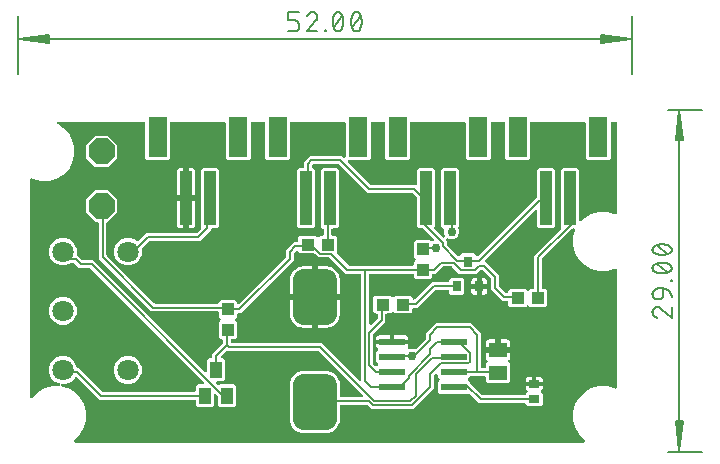
<source format=gbr>
G04 EAGLE Gerber RS-274X export*
G75*
%MOMM*%
%FSLAX34Y34*%
%LPD*%
%AMOC8*
5,1,8,0,0,1.08239X$1,22.5*%
G01*
%ADD10C,0.130000*%
%ADD11C,0.152400*%
%ADD12R,1.500000X1.300000*%
%ADD13R,0.900000X0.700000*%
%ADD14C,1.850000*%
%ADD15R,1.000000X1.400000*%
%ADD16R,2.200000X0.600000*%
%ADD17R,1.000000X4.600000*%
%ADD18R,1.600000X3.400000*%
%ADD19R,0.800000X0.900000*%
%ADD20R,1.000000X1.100000*%
%ADD21R,1.100000X1.000000*%
%ADD22C,1.800000*%
%ADD23P,2.336880X8X22.500000*%
%ADD24C,0.756400*%

G36*
X11495Y555462D02*
X11495Y555462D01*
X11641Y555468D01*
X11654Y555471D01*
X11667Y555472D01*
X11805Y555517D01*
X11945Y555559D01*
X11957Y555566D01*
X11969Y555570D01*
X12093Y555648D01*
X12217Y555724D01*
X12227Y555733D01*
X12238Y555740D01*
X12338Y555847D01*
X12440Y555951D01*
X12450Y555966D01*
X12456Y555972D01*
X12464Y555987D01*
X12529Y556085D01*
X12566Y556149D01*
X17251Y560834D01*
X22988Y564146D01*
X29388Y565861D01*
X34731Y565861D01*
X34800Y565869D01*
X34870Y565868D01*
X34958Y565889D01*
X35047Y565901D01*
X35112Y565926D01*
X35180Y565943D01*
X35259Y565985D01*
X35342Y566018D01*
X35399Y566059D01*
X35461Y566091D01*
X35527Y566152D01*
X35600Y566204D01*
X35644Y566258D01*
X35696Y566305D01*
X35745Y566380D01*
X35803Y566449D01*
X35832Y566513D01*
X35871Y566571D01*
X35900Y566656D01*
X35938Y566737D01*
X35951Y566806D01*
X35974Y566872D01*
X35981Y566961D01*
X35998Y567049D01*
X35994Y567119D01*
X35999Y567189D01*
X35984Y567277D01*
X35978Y567367D01*
X35957Y567433D01*
X35945Y567502D01*
X35908Y567584D01*
X35880Y567669D01*
X35843Y567728D01*
X35814Y567792D01*
X35758Y567862D01*
X35710Y567938D01*
X35659Y567986D01*
X35616Y568040D01*
X35544Y568095D01*
X35478Y568156D01*
X35417Y568190D01*
X35361Y568232D01*
X35217Y568303D01*
X31563Y569816D01*
X28316Y573063D01*
X26559Y577304D01*
X26559Y581896D01*
X28316Y586137D01*
X31563Y589384D01*
X35804Y591141D01*
X40396Y591141D01*
X44637Y589384D01*
X47884Y586137D01*
X49729Y581682D01*
X49744Y581657D01*
X49753Y581629D01*
X49822Y581519D01*
X49887Y581406D01*
X49907Y581385D01*
X49923Y581360D01*
X50017Y581271D01*
X50108Y581178D01*
X50133Y581162D01*
X50155Y581142D01*
X50268Y581079D01*
X50379Y581011D01*
X50407Y581003D01*
X50433Y580988D01*
X50559Y580956D01*
X50683Y580918D01*
X50712Y580916D01*
X50741Y580909D01*
X50902Y580899D01*
X51660Y580899D01*
X71100Y561458D01*
X71179Y561398D01*
X71251Y561330D01*
X71304Y561301D01*
X71352Y561264D01*
X71443Y561224D01*
X71529Y561176D01*
X71588Y561161D01*
X71643Y561137D01*
X71741Y561122D01*
X71837Y561097D01*
X71937Y561091D01*
X71958Y561087D01*
X71970Y561089D01*
X71998Y561087D01*
X149490Y561087D01*
X149608Y561102D01*
X149727Y561109D01*
X149765Y561122D01*
X149806Y561127D01*
X149916Y561170D01*
X150029Y561207D01*
X150064Y561229D01*
X150101Y561244D01*
X150197Y561313D01*
X150298Y561377D01*
X150326Y561407D01*
X150359Y561430D01*
X150435Y561522D01*
X150516Y561609D01*
X150536Y561644D01*
X150561Y561675D01*
X150612Y561783D01*
X150670Y561887D01*
X150680Y561927D01*
X150697Y561963D01*
X150719Y562080D01*
X150749Y562195D01*
X150753Y562255D01*
X150757Y562275D01*
X150755Y562296D01*
X150759Y562356D01*
X150759Y565852D01*
X152248Y567341D01*
X156444Y567341D01*
X156582Y567358D01*
X156721Y567371D01*
X156740Y567378D01*
X156760Y567381D01*
X156889Y567432D01*
X157020Y567479D01*
X157037Y567490D01*
X157055Y567498D01*
X157168Y567579D01*
X157283Y567657D01*
X157296Y567673D01*
X157313Y567684D01*
X157402Y567792D01*
X157494Y567896D01*
X157503Y567914D01*
X157516Y567929D01*
X157575Y568055D01*
X157638Y568179D01*
X157643Y568199D01*
X157651Y568217D01*
X157677Y568353D01*
X157708Y568489D01*
X157707Y568510D01*
X157711Y568529D01*
X157702Y568668D01*
X157698Y568807D01*
X157692Y568827D01*
X157691Y568847D01*
X157648Y568979D01*
X157610Y569113D01*
X157599Y569130D01*
X157593Y569149D01*
X157519Y569267D01*
X157448Y569387D01*
X157430Y569408D01*
X157423Y569418D01*
X157408Y569432D01*
X157342Y569507D01*
X61488Y665362D01*
X61409Y665422D01*
X61337Y665490D01*
X61284Y665519D01*
X61236Y665556D01*
X61145Y665596D01*
X61059Y665644D01*
X61000Y665659D01*
X60945Y665683D01*
X60847Y665698D01*
X60751Y665723D01*
X60651Y665729D01*
X60630Y665733D01*
X60618Y665731D01*
X60590Y665733D01*
X51972Y665733D01*
X47772Y669934D01*
X47693Y669994D01*
X47621Y670062D01*
X47568Y670091D01*
X47520Y670128D01*
X47429Y670168D01*
X47343Y670216D01*
X47284Y670231D01*
X47229Y670255D01*
X47131Y670270D01*
X47035Y670295D01*
X46935Y670301D01*
X46914Y670305D01*
X46902Y670303D01*
X46874Y670305D01*
X45652Y670305D01*
X45554Y670293D01*
X45455Y670290D01*
X45397Y670273D01*
X45337Y670265D01*
X45244Y670229D01*
X45149Y670201D01*
X45097Y670171D01*
X45041Y670148D01*
X44961Y670090D01*
X44875Y670040D01*
X44800Y669974D01*
X44784Y669962D01*
X44776Y669952D01*
X44755Y669934D01*
X44637Y669816D01*
X40396Y668059D01*
X35804Y668059D01*
X31563Y669816D01*
X28316Y673063D01*
X26559Y677304D01*
X26559Y681896D01*
X28316Y686137D01*
X31563Y689384D01*
X35804Y691141D01*
X40396Y691141D01*
X44637Y689384D01*
X47884Y686137D01*
X49641Y681896D01*
X49641Y677932D01*
X49653Y677834D01*
X49656Y677735D01*
X49673Y677676D01*
X49681Y677616D01*
X49717Y677524D01*
X49745Y677429D01*
X49775Y677377D01*
X49798Y677321D01*
X49856Y677240D01*
X49906Y677155D01*
X49972Y677080D01*
X49984Y677063D01*
X49994Y677055D01*
X50012Y677034D01*
X52442Y674604D01*
X54336Y672710D01*
X54415Y672650D01*
X54487Y672582D01*
X54540Y672553D01*
X54588Y672516D01*
X54679Y672476D01*
X54765Y672428D01*
X54824Y672413D01*
X54879Y672389D01*
X54977Y672374D01*
X55073Y672349D01*
X55173Y672343D01*
X55194Y672339D01*
X55206Y672341D01*
X55234Y672339D01*
X63852Y672339D01*
X66158Y670032D01*
X158093Y578098D01*
X158202Y578013D01*
X158309Y577924D01*
X158328Y577916D01*
X158344Y577903D01*
X158472Y577848D01*
X158597Y577789D01*
X158617Y577785D01*
X158636Y577777D01*
X158774Y577755D01*
X158910Y577729D01*
X158930Y577730D01*
X158950Y577727D01*
X159089Y577740D01*
X159227Y577749D01*
X159246Y577755D01*
X159266Y577757D01*
X159398Y577804D01*
X159529Y577847D01*
X159547Y577858D01*
X159566Y577865D01*
X159681Y577943D01*
X159798Y578017D01*
X159812Y578032D01*
X159829Y578043D01*
X159921Y578147D01*
X160016Y578249D01*
X160026Y578266D01*
X160039Y578282D01*
X160103Y578405D01*
X160170Y578527D01*
X160175Y578547D01*
X160184Y578565D01*
X160214Y578701D01*
X160249Y578835D01*
X160251Y578863D01*
X160254Y578875D01*
X160253Y578896D01*
X160259Y578996D01*
X160259Y587852D01*
X161748Y589341D01*
X163068Y589341D01*
X163186Y589356D01*
X163305Y589363D01*
X163343Y589376D01*
X163384Y589381D01*
X163494Y589424D01*
X163607Y589461D01*
X163642Y589483D01*
X163679Y589498D01*
X163775Y589567D01*
X163876Y589631D01*
X163904Y589661D01*
X163937Y589684D01*
X164013Y589776D01*
X164094Y589863D01*
X164114Y589898D01*
X164139Y589929D01*
X164190Y590037D01*
X164248Y590141D01*
X164258Y590181D01*
X164275Y590217D01*
X164297Y590334D01*
X164327Y590449D01*
X164331Y590509D01*
X164335Y590529D01*
X164333Y590550D01*
X164337Y590610D01*
X164337Y592680D01*
X173110Y601452D01*
X173170Y601531D01*
X173238Y601603D01*
X173267Y601656D01*
X173304Y601704D01*
X173344Y601795D01*
X173392Y601881D01*
X173407Y601940D01*
X173431Y601995D01*
X173446Y602093D01*
X173471Y602189D01*
X173477Y602289D01*
X173481Y602310D01*
X173479Y602322D01*
X173481Y602350D01*
X173481Y604490D01*
X173466Y604608D01*
X173459Y604727D01*
X173446Y604765D01*
X173441Y604806D01*
X173398Y604916D01*
X173361Y605029D01*
X173339Y605064D01*
X173324Y605101D01*
X173255Y605197D01*
X173191Y605298D01*
X173161Y605326D01*
X173138Y605359D01*
X173046Y605435D01*
X172959Y605516D01*
X172924Y605536D01*
X172893Y605561D01*
X172785Y605612D01*
X172681Y605670D01*
X172641Y605680D01*
X172605Y605697D01*
X172488Y605719D01*
X172373Y605749D01*
X172313Y605753D01*
X172293Y605757D01*
X172272Y605755D01*
X172212Y605759D01*
X171748Y605759D01*
X170259Y607248D01*
X170259Y620352D01*
X171309Y621402D01*
X171382Y621497D01*
X171461Y621586D01*
X171480Y621622D01*
X171504Y621654D01*
X171552Y621763D01*
X171606Y621869D01*
X171615Y621908D01*
X171631Y621946D01*
X171649Y622063D01*
X171675Y622179D01*
X171674Y622220D01*
X171680Y622260D01*
X171669Y622378D01*
X171666Y622497D01*
X171654Y622536D01*
X171651Y622576D01*
X171610Y622689D01*
X171577Y622803D01*
X171557Y622837D01*
X171543Y622876D01*
X171476Y622974D01*
X171416Y623077D01*
X171376Y623122D01*
X171364Y623139D01*
X171349Y623152D01*
X171309Y623197D01*
X170259Y624248D01*
X170259Y627888D01*
X170244Y628006D01*
X170237Y628125D01*
X170224Y628163D01*
X170219Y628204D01*
X170176Y628314D01*
X170139Y628427D01*
X170117Y628462D01*
X170102Y628499D01*
X170033Y628595D01*
X169969Y628696D01*
X169939Y628724D01*
X169916Y628757D01*
X169824Y628833D01*
X169737Y628914D01*
X169702Y628934D01*
X169671Y628959D01*
X169563Y629010D01*
X169459Y629068D01*
X169419Y629078D01*
X169383Y629095D01*
X169266Y629117D01*
X169151Y629147D01*
X169091Y629151D01*
X169071Y629155D01*
X169050Y629153D01*
X168990Y629157D01*
X112932Y629157D01*
X68325Y673764D01*
X68325Y703895D01*
X68310Y704013D01*
X68303Y704132D01*
X68290Y704170D01*
X68285Y704211D01*
X68242Y704321D01*
X68205Y704434D01*
X68183Y704469D01*
X68168Y704506D01*
X68099Y704602D01*
X68035Y704703D01*
X68005Y704731D01*
X67982Y704764D01*
X67890Y704840D01*
X67803Y704921D01*
X67768Y704941D01*
X67737Y704966D01*
X67629Y705017D01*
X67525Y705075D01*
X67485Y705085D01*
X67449Y705102D01*
X67332Y705124D01*
X67217Y705154D01*
X67157Y705158D01*
X67137Y705162D01*
X67116Y705160D01*
X67056Y705164D01*
X65276Y705164D01*
X57464Y712976D01*
X57464Y724024D01*
X65276Y731836D01*
X76324Y731836D01*
X84136Y724024D01*
X84136Y712976D01*
X76324Y705164D01*
X76200Y705164D01*
X76082Y705149D01*
X75963Y705142D01*
X75925Y705129D01*
X75884Y705124D01*
X75774Y705081D01*
X75661Y705044D01*
X75626Y705022D01*
X75589Y705007D01*
X75493Y704938D01*
X75392Y704874D01*
X75364Y704844D01*
X75331Y704821D01*
X75255Y704729D01*
X75174Y704642D01*
X75154Y704607D01*
X75129Y704576D01*
X75078Y704468D01*
X75020Y704364D01*
X75010Y704324D01*
X74993Y704288D01*
X74971Y704171D01*
X74941Y704056D01*
X74937Y703996D01*
X74933Y703976D01*
X74935Y703955D01*
X74931Y703895D01*
X74931Y677026D01*
X74943Y676928D01*
X74946Y676829D01*
X74963Y676770D01*
X74971Y676710D01*
X75007Y676618D01*
X75035Y676523D01*
X75065Y676471D01*
X75088Y676415D01*
X75146Y676335D01*
X75196Y676249D01*
X75262Y676174D01*
X75274Y676157D01*
X75284Y676149D01*
X75302Y676128D01*
X115296Y636134D01*
X115375Y636074D01*
X115447Y636006D01*
X115500Y635977D01*
X115548Y635940D01*
X115639Y635900D01*
X115725Y635852D01*
X115784Y635837D01*
X115839Y635813D01*
X115937Y635798D01*
X116033Y635773D01*
X116133Y635767D01*
X116154Y635763D01*
X116166Y635765D01*
X116194Y635763D01*
X168990Y635763D01*
X169108Y635778D01*
X169227Y635785D01*
X169265Y635798D01*
X169306Y635803D01*
X169416Y635846D01*
X169529Y635883D01*
X169564Y635905D01*
X169601Y635920D01*
X169697Y635989D01*
X169798Y636053D01*
X169826Y636083D01*
X169859Y636106D01*
X169935Y636198D01*
X170016Y636285D01*
X170036Y636320D01*
X170061Y636351D01*
X170112Y636459D01*
X170170Y636563D01*
X170180Y636603D01*
X170197Y636639D01*
X170219Y636756D01*
X170249Y636871D01*
X170253Y636931D01*
X170257Y636951D01*
X170255Y636972D01*
X170259Y637032D01*
X170259Y637352D01*
X171748Y638841D01*
X183852Y638841D01*
X185341Y637352D01*
X185341Y636560D01*
X185358Y636422D01*
X185371Y636283D01*
X185378Y636264D01*
X185381Y636244D01*
X185432Y636115D01*
X185479Y635984D01*
X185490Y635967D01*
X185498Y635949D01*
X185579Y635836D01*
X185657Y635721D01*
X185673Y635708D01*
X185684Y635691D01*
X185792Y635602D01*
X185896Y635510D01*
X185914Y635501D01*
X185929Y635488D01*
X186055Y635429D01*
X186179Y635366D01*
X186199Y635361D01*
X186217Y635353D01*
X186353Y635327D01*
X186489Y635296D01*
X186510Y635297D01*
X186529Y635293D01*
X186668Y635302D01*
X186807Y635306D01*
X186827Y635312D01*
X186847Y635313D01*
X186979Y635356D01*
X187113Y635394D01*
X187130Y635405D01*
X187149Y635411D01*
X187267Y635485D01*
X187387Y635556D01*
X187408Y635574D01*
X187418Y635581D01*
X187432Y635596D01*
X187507Y635662D01*
X226450Y674604D01*
X226510Y674683D01*
X226578Y674755D01*
X226607Y674808D01*
X226644Y674856D01*
X226684Y674947D01*
X226732Y675033D01*
X226747Y675092D01*
X226771Y675147D01*
X226786Y675245D01*
X226811Y675341D01*
X226817Y675441D01*
X226821Y675462D01*
X226819Y675474D01*
X226821Y675502D01*
X226821Y681072D01*
X233328Y687579D01*
X236190Y687579D01*
X236308Y687594D01*
X236427Y687601D01*
X236465Y687614D01*
X236506Y687619D01*
X236616Y687662D01*
X236729Y687699D01*
X236764Y687721D01*
X236801Y687736D01*
X236897Y687805D01*
X236998Y687869D01*
X237026Y687899D01*
X237059Y687922D01*
X237135Y688014D01*
X237216Y688101D01*
X237236Y688136D01*
X237261Y688167D01*
X237312Y688275D01*
X237370Y688379D01*
X237380Y688419D01*
X237397Y688455D01*
X237419Y688572D01*
X237449Y688687D01*
X237453Y688747D01*
X237457Y688767D01*
X237455Y688788D01*
X237459Y688848D01*
X237459Y691852D01*
X238948Y693341D01*
X252052Y693341D01*
X253103Y692291D01*
X253197Y692218D01*
X253286Y692139D01*
X253322Y692121D01*
X253354Y692096D01*
X253463Y692048D01*
X253569Y691994D01*
X253608Y691985D01*
X253646Y691969D01*
X253763Y691951D01*
X253879Y691925D01*
X253920Y691926D01*
X253960Y691920D01*
X254078Y691931D01*
X254197Y691934D01*
X254236Y691946D01*
X254276Y691949D01*
X254388Y691990D01*
X254503Y692023D01*
X254538Y692043D01*
X254576Y692057D01*
X254674Y692124D01*
X254777Y692184D01*
X254822Y692224D01*
X254839Y692236D01*
X254852Y692251D01*
X254898Y692291D01*
X255948Y693341D01*
X257556Y693341D01*
X257674Y693356D01*
X257793Y693363D01*
X257831Y693376D01*
X257872Y693381D01*
X257982Y693424D01*
X258095Y693461D01*
X258130Y693483D01*
X258167Y693498D01*
X258263Y693567D01*
X258364Y693631D01*
X258392Y693661D01*
X258425Y693684D01*
X258501Y693776D01*
X258582Y693863D01*
X258602Y693898D01*
X258627Y693929D01*
X258678Y694037D01*
X258736Y694141D01*
X258746Y694181D01*
X258763Y694217D01*
X258785Y694334D01*
X258815Y694449D01*
X258819Y694509D01*
X258823Y694529D01*
X258821Y694550D01*
X258825Y694610D01*
X258825Y698190D01*
X258810Y698308D01*
X258803Y698427D01*
X258790Y698465D01*
X258785Y698506D01*
X258742Y698616D01*
X258705Y698729D01*
X258683Y698764D01*
X258668Y698801D01*
X258599Y698897D01*
X258535Y698998D01*
X258505Y699026D01*
X258482Y699059D01*
X258390Y699135D01*
X258303Y699216D01*
X258268Y699236D01*
X258237Y699261D01*
X258129Y699312D01*
X258053Y699354D01*
X256459Y700948D01*
X256459Y749052D01*
X257948Y750541D01*
X270052Y750541D01*
X271541Y749052D01*
X271541Y700948D01*
X270052Y699459D01*
X266700Y699459D01*
X266582Y699444D01*
X266463Y699437D01*
X266425Y699424D01*
X266384Y699419D01*
X266274Y699376D01*
X266161Y699339D01*
X266126Y699317D01*
X266089Y699302D01*
X265993Y699233D01*
X265892Y699169D01*
X265864Y699139D01*
X265831Y699116D01*
X265755Y699024D01*
X265674Y698937D01*
X265654Y698902D01*
X265629Y698871D01*
X265578Y698763D01*
X265520Y698659D01*
X265510Y698619D01*
X265493Y698583D01*
X265471Y698466D01*
X265441Y698351D01*
X265437Y698291D01*
X265433Y698271D01*
X265435Y698250D01*
X265431Y698190D01*
X265431Y694610D01*
X265446Y694492D01*
X265453Y694373D01*
X265466Y694335D01*
X265471Y694294D01*
X265514Y694184D01*
X265551Y694071D01*
X265573Y694036D01*
X265588Y693999D01*
X265657Y693903D01*
X265721Y693802D01*
X265751Y693774D01*
X265774Y693741D01*
X265866Y693665D01*
X265953Y693584D01*
X265988Y693564D01*
X266019Y693539D01*
X266127Y693488D01*
X266231Y693430D01*
X266271Y693420D01*
X266307Y693403D01*
X266424Y693381D01*
X266539Y693351D01*
X266599Y693347D01*
X266619Y693343D01*
X266640Y693345D01*
X266700Y693341D01*
X269052Y693341D01*
X270541Y691852D01*
X270541Y679748D01*
X270307Y679514D01*
X270234Y679420D01*
X270156Y679331D01*
X270137Y679295D01*
X270113Y679263D01*
X270065Y679154D01*
X270011Y679048D01*
X270002Y679008D01*
X269986Y678971D01*
X269967Y678853D01*
X269941Y678737D01*
X269943Y678697D01*
X269936Y678657D01*
X269947Y678539D01*
X269951Y678420D01*
X269962Y678381D01*
X269966Y678341D01*
X270006Y678228D01*
X270040Y678114D01*
X270060Y678079D01*
X270074Y678041D01*
X270140Y677943D01*
X270201Y677840D01*
X270241Y677795D01*
X270252Y677778D01*
X270268Y677765D01*
X270307Y677719D01*
X279888Y668138D01*
X279967Y668078D01*
X280039Y668010D01*
X280092Y667981D01*
X280140Y667944D01*
X280231Y667904D01*
X280317Y667856D01*
X280376Y667841D01*
X280431Y667817D01*
X280529Y667802D01*
X280625Y667777D01*
X280725Y667771D01*
X280746Y667767D01*
X280758Y667769D01*
X280786Y667767D01*
X334090Y667767D01*
X334208Y667782D01*
X334327Y667789D01*
X334365Y667802D01*
X334406Y667807D01*
X334516Y667850D01*
X334629Y667887D01*
X334664Y667909D01*
X334701Y667924D01*
X334797Y667993D01*
X334898Y668057D01*
X334926Y668087D01*
X334959Y668110D01*
X335035Y668202D01*
X335116Y668289D01*
X335136Y668324D01*
X335161Y668355D01*
X335212Y668463D01*
X335270Y668567D01*
X335280Y668607D01*
X335297Y668643D01*
X335319Y668760D01*
X335349Y668875D01*
X335353Y668935D01*
X335357Y668955D01*
X335355Y668976D01*
X335359Y669036D01*
X335359Y671152D01*
X336409Y672203D01*
X336482Y672297D01*
X336561Y672386D01*
X336579Y672422D01*
X336604Y672454D01*
X336652Y672563D01*
X336706Y672669D01*
X336715Y672708D01*
X336731Y672746D01*
X336749Y672863D01*
X336775Y672979D01*
X336774Y673020D01*
X336780Y673060D01*
X336769Y673178D01*
X336766Y673297D01*
X336754Y673336D01*
X336751Y673376D01*
X336710Y673488D01*
X336677Y673603D01*
X336657Y673638D01*
X336643Y673676D01*
X336576Y673774D01*
X336516Y673877D01*
X336476Y673922D01*
X336464Y673939D01*
X336449Y673952D01*
X336409Y673998D01*
X335359Y675048D01*
X335359Y688152D01*
X336848Y689641D01*
X348952Y689641D01*
X349736Y688857D01*
X349760Y688839D01*
X349779Y688816D01*
X349886Y688741D01*
X349988Y688662D01*
X350015Y688650D01*
X350039Y688633D01*
X350160Y688587D01*
X350280Y688535D01*
X350309Y688531D01*
X350336Y688520D01*
X350465Y688506D01*
X350594Y688486D01*
X350623Y688488D01*
X350652Y688485D01*
X350781Y688503D01*
X350910Y688515D01*
X350938Y688525D01*
X350967Y688529D01*
X351120Y688582D01*
X351214Y688621D01*
X351258Y688645D01*
X351304Y688662D01*
X351395Y688724D01*
X351491Y688778D01*
X351526Y688813D01*
X351568Y688841D01*
X351640Y688923D01*
X351719Y689000D01*
X351745Y689042D01*
X351778Y689079D01*
X351828Y689177D01*
X351885Y689271D01*
X351900Y689318D01*
X351923Y689363D01*
X351947Y689470D01*
X351979Y689575D01*
X351981Y689624D01*
X351992Y689673D01*
X351989Y689783D01*
X351994Y689892D01*
X351984Y689941D01*
X351983Y689991D01*
X351952Y690096D01*
X351930Y690204D01*
X351908Y690248D01*
X351894Y690296D01*
X351839Y690391D01*
X351790Y690489D01*
X351758Y690527D01*
X351733Y690570D01*
X351626Y690691D01*
X343428Y698890D01*
X343230Y699088D01*
X343151Y699148D01*
X343079Y699216D01*
X343026Y699245D01*
X342978Y699282D01*
X342887Y699322D01*
X342801Y699370D01*
X342742Y699385D01*
X342687Y699409D01*
X342589Y699424D01*
X342493Y699449D01*
X342393Y699455D01*
X342372Y699459D01*
X342360Y699457D01*
X342332Y699459D01*
X339548Y699459D01*
X338059Y700948D01*
X338059Y725068D01*
X338047Y725166D01*
X338044Y725265D01*
X338027Y725324D01*
X338019Y725384D01*
X337983Y725476D01*
X337955Y725571D01*
X337925Y725623D01*
X337902Y725679D01*
X337844Y725759D01*
X337794Y725845D01*
X337728Y725920D01*
X337716Y725937D01*
X337706Y725945D01*
X337688Y725966D01*
X334284Y729370D01*
X334205Y729430D01*
X334133Y729498D01*
X334080Y729527D01*
X334032Y729564D01*
X333941Y729604D01*
X333855Y729652D01*
X333796Y729667D01*
X333741Y729691D01*
X333643Y729706D01*
X333547Y729731D01*
X333447Y729737D01*
X333426Y729741D01*
X333414Y729739D01*
X333386Y729741D01*
X295812Y729741D01*
X271800Y753754D01*
X271721Y753814D01*
X271649Y753882D01*
X271596Y753911D01*
X271548Y753948D01*
X271457Y753988D01*
X271371Y754036D01*
X271312Y754051D01*
X271257Y754075D01*
X271159Y754090D01*
X271063Y754115D01*
X270963Y754121D01*
X270942Y754125D01*
X270930Y754123D01*
X270902Y754125D01*
X250306Y754125D01*
X250208Y754113D01*
X250109Y754110D01*
X250050Y754093D01*
X249990Y754085D01*
X249898Y754049D01*
X249803Y754021D01*
X249751Y753991D01*
X249695Y753968D01*
X249615Y753910D01*
X249529Y753860D01*
X249454Y753794D01*
X249437Y753782D01*
X249429Y753772D01*
X249408Y753754D01*
X249038Y753384D01*
X248978Y753305D01*
X248910Y753233D01*
X248881Y753180D01*
X248844Y753132D01*
X248804Y753041D01*
X248756Y752955D01*
X248741Y752896D01*
X248717Y752841D01*
X248702Y752743D01*
X248677Y752647D01*
X248671Y752547D01*
X248667Y752526D01*
X248669Y752514D01*
X248667Y752486D01*
X248667Y751810D01*
X248682Y751692D01*
X248689Y751573D01*
X248702Y751535D01*
X248707Y751494D01*
X248750Y751384D01*
X248787Y751271D01*
X248809Y751236D01*
X248824Y751199D01*
X248894Y751102D01*
X248957Y751002D01*
X248987Y750974D01*
X249010Y750941D01*
X249102Y750865D01*
X249189Y750784D01*
X249224Y750764D01*
X249255Y750739D01*
X249363Y750688D01*
X249467Y750630D01*
X249507Y750620D01*
X249543Y750603D01*
X249660Y750581D01*
X249775Y750551D01*
X249835Y750547D01*
X249855Y750543D01*
X249876Y750545D01*
X249936Y750541D01*
X250052Y750541D01*
X251541Y749052D01*
X251541Y700948D01*
X250052Y699459D01*
X237948Y699459D01*
X236459Y700948D01*
X236459Y749052D01*
X237948Y750541D01*
X240792Y750541D01*
X240910Y750556D01*
X241029Y750563D01*
X241067Y750576D01*
X241108Y750581D01*
X241218Y750624D01*
X241331Y750661D01*
X241366Y750683D01*
X241403Y750698D01*
X241499Y750767D01*
X241600Y750831D01*
X241628Y750861D01*
X241661Y750884D01*
X241737Y750976D01*
X241818Y751063D01*
X241838Y751098D01*
X241863Y751129D01*
X241914Y751237D01*
X241972Y751341D01*
X241982Y751381D01*
X241999Y751417D01*
X242021Y751534D01*
X242051Y751649D01*
X242055Y751709D01*
X242059Y751729D01*
X242057Y751750D01*
X242061Y751810D01*
X242061Y755748D01*
X247044Y760731D01*
X274164Y760731D01*
X275293Y759602D01*
X275402Y759517D01*
X275509Y759428D01*
X275528Y759420D01*
X275544Y759407D01*
X275671Y759352D01*
X275797Y759293D01*
X275817Y759289D01*
X275836Y759281D01*
X275974Y759259D01*
X276110Y759233D01*
X276130Y759234D01*
X276150Y759231D01*
X276289Y759244D01*
X276427Y759253D01*
X276446Y759259D01*
X276466Y759261D01*
X276598Y759308D01*
X276729Y759351D01*
X276747Y759362D01*
X276766Y759369D01*
X276881Y759447D01*
X276998Y759521D01*
X277012Y759536D01*
X277029Y759547D01*
X277121Y759651D01*
X277216Y759753D01*
X277226Y759770D01*
X277239Y759786D01*
X277303Y759910D01*
X277370Y760031D01*
X277375Y760051D01*
X277384Y760069D01*
X277414Y760205D01*
X277449Y760339D01*
X277451Y760367D01*
X277454Y760379D01*
X277453Y760400D01*
X277459Y760500D01*
X277459Y788570D01*
X277444Y788688D01*
X277437Y788807D01*
X277424Y788845D01*
X277419Y788886D01*
X277376Y788996D01*
X277339Y789109D01*
X277317Y789144D01*
X277302Y789181D01*
X277233Y789277D01*
X277169Y789378D01*
X277139Y789406D01*
X277116Y789439D01*
X277024Y789515D01*
X276937Y789596D01*
X276902Y789616D01*
X276871Y789641D01*
X276763Y789692D01*
X276659Y789750D01*
X276619Y789760D01*
X276583Y789777D01*
X276466Y789799D01*
X276351Y789829D01*
X276291Y789833D01*
X276271Y789837D01*
X276250Y789835D01*
X276190Y789839D01*
X231810Y789839D01*
X231692Y789824D01*
X231573Y789817D01*
X231535Y789804D01*
X231494Y789799D01*
X231384Y789756D01*
X231271Y789719D01*
X231236Y789697D01*
X231199Y789682D01*
X231103Y789613D01*
X231002Y789549D01*
X230974Y789519D01*
X230941Y789496D01*
X230865Y789404D01*
X230784Y789317D01*
X230764Y789282D01*
X230739Y789251D01*
X230688Y789143D01*
X230630Y789039D01*
X230620Y788999D01*
X230603Y788963D01*
X230581Y788846D01*
X230551Y788731D01*
X230547Y788671D01*
X230543Y788651D01*
X230545Y788630D01*
X230541Y788570D01*
X230541Y758948D01*
X229052Y757459D01*
X210948Y757459D01*
X209459Y758948D01*
X209459Y788570D01*
X209444Y788688D01*
X209437Y788807D01*
X209424Y788845D01*
X209419Y788886D01*
X209376Y788996D01*
X209339Y789109D01*
X209317Y789144D01*
X209302Y789181D01*
X209233Y789277D01*
X209169Y789378D01*
X209139Y789406D01*
X209116Y789439D01*
X209024Y789515D01*
X208937Y789596D01*
X208902Y789616D01*
X208871Y789641D01*
X208763Y789692D01*
X208659Y789750D01*
X208619Y789760D01*
X208583Y789777D01*
X208466Y789799D01*
X208351Y789829D01*
X208291Y789833D01*
X208271Y789837D01*
X208250Y789835D01*
X208190Y789839D01*
X198210Y789839D01*
X198092Y789824D01*
X197973Y789817D01*
X197935Y789804D01*
X197894Y789799D01*
X197784Y789756D01*
X197671Y789719D01*
X197636Y789697D01*
X197599Y789682D01*
X197503Y789613D01*
X197402Y789549D01*
X197374Y789519D01*
X197341Y789496D01*
X197265Y789404D01*
X197184Y789317D01*
X197164Y789282D01*
X197139Y789251D01*
X197088Y789143D01*
X197030Y789039D01*
X197020Y788999D01*
X197003Y788963D01*
X196981Y788846D01*
X196951Y788731D01*
X196947Y788671D01*
X196943Y788651D01*
X196945Y788630D01*
X196941Y788570D01*
X196941Y758948D01*
X195452Y757459D01*
X177348Y757459D01*
X175859Y758948D01*
X175859Y788570D01*
X175844Y788688D01*
X175837Y788807D01*
X175824Y788845D01*
X175819Y788886D01*
X175776Y788996D01*
X175739Y789109D01*
X175717Y789144D01*
X175702Y789181D01*
X175633Y789277D01*
X175569Y789378D01*
X175539Y789406D01*
X175516Y789439D01*
X175424Y789515D01*
X175337Y789596D01*
X175302Y789616D01*
X175271Y789641D01*
X175163Y789692D01*
X175059Y789750D01*
X175019Y789760D01*
X174983Y789777D01*
X174866Y789799D01*
X174751Y789829D01*
X174691Y789833D01*
X174671Y789837D01*
X174650Y789835D01*
X174590Y789839D01*
X130210Y789839D01*
X130092Y789824D01*
X129973Y789817D01*
X129935Y789804D01*
X129894Y789799D01*
X129784Y789756D01*
X129671Y789719D01*
X129636Y789697D01*
X129599Y789682D01*
X129503Y789613D01*
X129402Y789549D01*
X129374Y789519D01*
X129341Y789496D01*
X129265Y789404D01*
X129184Y789317D01*
X129164Y789282D01*
X129139Y789251D01*
X129088Y789143D01*
X129030Y789039D01*
X129020Y788999D01*
X129003Y788963D01*
X128981Y788846D01*
X128951Y788731D01*
X128947Y788671D01*
X128943Y788651D01*
X128945Y788630D01*
X128941Y788570D01*
X128941Y758948D01*
X127452Y757459D01*
X109348Y757459D01*
X107859Y758948D01*
X107859Y788570D01*
X107844Y788688D01*
X107837Y788807D01*
X107824Y788845D01*
X107819Y788886D01*
X107776Y788996D01*
X107739Y789109D01*
X107717Y789144D01*
X107702Y789181D01*
X107633Y789277D01*
X107569Y789378D01*
X107539Y789406D01*
X107516Y789439D01*
X107424Y789515D01*
X107337Y789596D01*
X107302Y789616D01*
X107271Y789641D01*
X107163Y789692D01*
X107059Y789750D01*
X107019Y789760D01*
X106983Y789777D01*
X106866Y789799D01*
X106751Y789829D01*
X106691Y789833D01*
X106671Y789837D01*
X106650Y789835D01*
X106590Y789839D01*
X34216Y789839D01*
X34072Y789821D01*
X33926Y789806D01*
X33914Y789801D01*
X33900Y789799D01*
X33765Y789746D01*
X33628Y789695D01*
X33617Y789687D01*
X33605Y789682D01*
X33487Y789597D01*
X33367Y789514D01*
X33358Y789503D01*
X33347Y789496D01*
X33255Y789384D01*
X33159Y789273D01*
X33153Y789261D01*
X33144Y789251D01*
X33083Y789119D01*
X33018Y788988D01*
X33015Y788975D01*
X33009Y788963D01*
X32982Y788821D01*
X32951Y788677D01*
X32952Y788664D01*
X32949Y788651D01*
X32958Y788506D01*
X32964Y788360D01*
X32968Y788346D01*
X32969Y788333D01*
X33014Y788195D01*
X33056Y788055D01*
X33063Y788043D01*
X33067Y788031D01*
X33145Y787908D01*
X33220Y787783D01*
X33230Y787773D01*
X33237Y787762D01*
X33343Y787662D01*
X33447Y787560D01*
X33463Y787550D01*
X33469Y787544D01*
X33484Y787536D01*
X33581Y787471D01*
X38149Y784834D01*
X42834Y780149D01*
X46146Y774412D01*
X47861Y768012D01*
X47861Y761388D01*
X46146Y754988D01*
X42834Y749251D01*
X38149Y744566D01*
X32412Y741254D01*
X26012Y739539D01*
X19388Y739539D01*
X12988Y741254D01*
X12065Y741787D01*
X11943Y741839D01*
X11823Y741895D01*
X11796Y741900D01*
X11771Y741910D01*
X11640Y741930D01*
X11510Y741955D01*
X11484Y741953D01*
X11457Y741957D01*
X11325Y741943D01*
X11193Y741935D01*
X11167Y741927D01*
X11141Y741924D01*
X11017Y741878D01*
X10891Y741837D01*
X10868Y741822D01*
X10842Y741813D01*
X10734Y741738D01*
X10622Y741667D01*
X10603Y741647D01*
X10581Y741632D01*
X10495Y741532D01*
X10404Y741435D01*
X10391Y741412D01*
X10373Y741391D01*
X10314Y741273D01*
X10250Y741157D01*
X10244Y741131D01*
X10232Y741106D01*
X10204Y740977D01*
X10171Y740849D01*
X10169Y740811D01*
X10165Y740795D01*
X10166Y740773D01*
X10161Y740688D01*
X10161Y556719D01*
X10179Y556574D01*
X10194Y556430D01*
X10199Y556417D01*
X10201Y556404D01*
X10254Y556268D01*
X10305Y556131D01*
X10313Y556120D01*
X10318Y556108D01*
X10403Y555990D01*
X10486Y555870D01*
X10497Y555861D01*
X10504Y555851D01*
X10617Y555758D01*
X10727Y555662D01*
X10739Y555656D01*
X10749Y555648D01*
X10881Y555586D01*
X11012Y555521D01*
X11025Y555518D01*
X11037Y555512D01*
X11180Y555485D01*
X11323Y555454D01*
X11336Y555455D01*
X11349Y555452D01*
X11495Y555462D01*
G37*
G36*
X479426Y518179D02*
X479426Y518179D01*
X479570Y518194D01*
X479583Y518199D01*
X479596Y518201D01*
X479732Y518254D01*
X479869Y518305D01*
X479880Y518313D01*
X479892Y518318D01*
X480010Y518403D01*
X480130Y518486D01*
X480139Y518497D01*
X480149Y518504D01*
X480242Y518617D01*
X480338Y518727D01*
X480344Y518739D01*
X480352Y518749D01*
X480414Y518881D01*
X480479Y519012D01*
X480482Y519025D01*
X480488Y519037D01*
X480515Y519180D01*
X480546Y519323D01*
X480545Y519336D01*
X480548Y519349D01*
X480538Y519495D01*
X480532Y519641D01*
X480529Y519654D01*
X480528Y519667D01*
X480483Y519805D01*
X480441Y519945D01*
X480434Y519957D01*
X480430Y519969D01*
X480352Y520093D01*
X480276Y520217D01*
X480267Y520227D01*
X480260Y520238D01*
X480153Y520338D01*
X480049Y520440D01*
X480034Y520450D01*
X480028Y520456D01*
X480013Y520464D01*
X479915Y520529D01*
X479851Y520566D01*
X475166Y525251D01*
X471854Y530988D01*
X470139Y537388D01*
X470139Y544012D01*
X471854Y550412D01*
X475166Y556149D01*
X479851Y560834D01*
X485588Y564146D01*
X491988Y565861D01*
X498612Y565861D01*
X505012Y564146D01*
X505335Y563959D01*
X505457Y563908D01*
X505577Y563851D01*
X505604Y563846D01*
X505628Y563836D01*
X505760Y563817D01*
X505890Y563792D01*
X505916Y563793D01*
X505943Y563789D01*
X506075Y563803D01*
X506207Y563811D01*
X506233Y563820D01*
X506259Y563823D01*
X506384Y563869D01*
X506509Y563909D01*
X506532Y563924D01*
X506558Y563933D01*
X506666Y564009D01*
X506778Y564080D01*
X506797Y564099D01*
X506819Y564115D01*
X506905Y564215D01*
X506996Y564311D01*
X507009Y564335D01*
X507027Y564355D01*
X507086Y564474D01*
X507150Y564590D01*
X507156Y564616D01*
X507168Y564640D01*
X507196Y564769D01*
X507229Y564898D01*
X507231Y564936D01*
X507235Y564951D01*
X507234Y564973D01*
X507239Y565058D01*
X507239Y664142D01*
X507223Y664273D01*
X507222Y664283D01*
X507217Y664361D01*
X507215Y664368D01*
X507212Y664405D01*
X507203Y664430D01*
X507199Y664457D01*
X507151Y664580D01*
X507107Y664705D01*
X507092Y664728D01*
X507082Y664753D01*
X507005Y664860D01*
X506931Y664970D01*
X506911Y664988D01*
X506896Y665010D01*
X506793Y665095D01*
X506695Y665183D01*
X506671Y665196D01*
X506651Y665213D01*
X506531Y665269D01*
X506414Y665331D01*
X506387Y665337D01*
X506363Y665349D01*
X506233Y665373D01*
X506104Y665404D01*
X506077Y665403D01*
X506051Y665408D01*
X505919Y665400D01*
X505786Y665397D01*
X505760Y665390D01*
X505733Y665389D01*
X505627Y665354D01*
X505625Y665354D01*
X505619Y665352D01*
X505607Y665348D01*
X505480Y665312D01*
X505445Y665295D01*
X505431Y665291D01*
X505412Y665279D01*
X505335Y665241D01*
X505012Y665054D01*
X498612Y663339D01*
X491988Y663339D01*
X485588Y665054D01*
X479851Y668366D01*
X475166Y673051D01*
X471854Y678788D01*
X470139Y685188D01*
X470139Y691812D01*
X471760Y697862D01*
X471777Y697986D01*
X471801Y698110D01*
X471799Y698143D01*
X471803Y698177D01*
X471789Y698302D01*
X471781Y698427D01*
X471771Y698459D01*
X471767Y698493D01*
X471722Y698610D01*
X471683Y698729D01*
X471665Y698758D01*
X471653Y698789D01*
X471580Y698892D01*
X471513Y698998D01*
X471488Y699021D01*
X471469Y699049D01*
X471373Y699130D01*
X471281Y699216D01*
X471252Y699232D01*
X471226Y699254D01*
X471113Y699309D01*
X471003Y699370D01*
X470970Y699378D01*
X470940Y699393D01*
X470816Y699418D01*
X470695Y699449D01*
X470646Y699452D01*
X470628Y699456D01*
X470606Y699455D01*
X470534Y699459D01*
X469960Y699459D01*
X469862Y699447D01*
X469763Y699444D01*
X469704Y699427D01*
X469644Y699419D01*
X469552Y699383D01*
X469457Y699355D01*
X469405Y699325D01*
X469349Y699302D01*
X469269Y699244D01*
X469183Y699194D01*
X469108Y699128D01*
X469091Y699116D01*
X469083Y699106D01*
X469062Y699088D01*
X444110Y674136D01*
X444050Y674057D01*
X443982Y673985D01*
X443953Y673932D01*
X443916Y673884D01*
X443876Y673793D01*
X443828Y673707D01*
X443813Y673648D01*
X443789Y673593D01*
X443774Y673495D01*
X443749Y673399D01*
X443743Y673299D01*
X443739Y673278D01*
X443741Y673266D01*
X443739Y673238D01*
X443739Y649210D01*
X443754Y649092D01*
X443761Y648973D01*
X443774Y648935D01*
X443779Y648894D01*
X443822Y648784D01*
X443859Y648671D01*
X443881Y648636D01*
X443896Y648599D01*
X443965Y648503D01*
X444029Y648402D01*
X444059Y648374D01*
X444082Y648341D01*
X444174Y648265D01*
X444261Y648184D01*
X444296Y648164D01*
X444327Y648139D01*
X444435Y648088D01*
X444539Y648030D01*
X444579Y648020D01*
X444615Y648003D01*
X444732Y647981D01*
X444847Y647951D01*
X444907Y647947D01*
X444927Y647943D01*
X444948Y647945D01*
X445008Y647941D01*
X446852Y647941D01*
X448341Y646452D01*
X448341Y634348D01*
X446852Y632859D01*
X433748Y632859D01*
X432698Y633909D01*
X432603Y633982D01*
X432514Y634061D01*
X432478Y634080D01*
X432446Y634104D01*
X432337Y634152D01*
X432231Y634206D01*
X432192Y634215D01*
X432154Y634231D01*
X432037Y634249D01*
X431921Y634275D01*
X431880Y634274D01*
X431840Y634280D01*
X431722Y634269D01*
X431603Y634266D01*
X431564Y634254D01*
X431524Y634251D01*
X431411Y634210D01*
X431297Y634177D01*
X431263Y634157D01*
X431224Y634143D01*
X431126Y634076D01*
X431023Y634016D01*
X430978Y633976D01*
X430961Y633964D01*
X430948Y633949D01*
X430903Y633909D01*
X429852Y632859D01*
X416748Y632859D01*
X415259Y634348D01*
X415259Y637032D01*
X415244Y637150D01*
X415237Y637269D01*
X415224Y637307D01*
X415219Y637348D01*
X415176Y637458D01*
X415139Y637571D01*
X415117Y637606D01*
X415102Y637643D01*
X415033Y637739D01*
X414969Y637840D01*
X414939Y637868D01*
X414916Y637901D01*
X414824Y637977D01*
X414737Y638058D01*
X414702Y638078D01*
X414671Y638103D01*
X414563Y638154D01*
X414459Y638212D01*
X414419Y638222D01*
X414383Y638239D01*
X414266Y638261D01*
X414151Y638291D01*
X414091Y638295D01*
X414071Y638299D01*
X414050Y638297D01*
X413990Y638301D01*
X410112Y638301D01*
X400557Y647856D01*
X400557Y656474D01*
X400545Y656572D01*
X400542Y656671D01*
X400525Y656730D01*
X400517Y656790D01*
X400481Y656882D01*
X400453Y656977D01*
X400423Y657029D01*
X400400Y657085D01*
X400342Y657165D01*
X400292Y657251D01*
X400226Y657326D01*
X400214Y657343D01*
X400204Y657351D01*
X400186Y657372D01*
X393720Y663838D01*
X393641Y663898D01*
X393569Y663966D01*
X393516Y663995D01*
X393468Y664032D01*
X393377Y664072D01*
X393291Y664120D01*
X393232Y664135D01*
X393177Y664159D01*
X393079Y664174D01*
X392983Y664199D01*
X392883Y664205D01*
X392862Y664209D01*
X392850Y664207D01*
X392822Y664209D01*
X392038Y664209D01*
X391940Y664197D01*
X391841Y664194D01*
X391782Y664177D01*
X391722Y664169D01*
X391630Y664133D01*
X391535Y664105D01*
X391483Y664075D01*
X391427Y664052D01*
X391347Y663994D01*
X391261Y663944D01*
X391186Y663878D01*
X391169Y663866D01*
X391161Y663856D01*
X391140Y663838D01*
X388464Y661161D01*
X373536Y661161D01*
X367812Y666886D01*
X367733Y666946D01*
X367661Y667014D01*
X367608Y667043D01*
X367560Y667080D01*
X367469Y667120D01*
X367383Y667168D01*
X367324Y667183D01*
X367269Y667207D01*
X367171Y667222D01*
X367075Y667247D01*
X366975Y667253D01*
X366954Y667257D01*
X366942Y667255D01*
X366914Y667257D01*
X360034Y667257D01*
X359936Y667245D01*
X359837Y667242D01*
X359778Y667225D01*
X359718Y667217D01*
X359626Y667181D01*
X359531Y667153D01*
X359479Y667123D01*
X359423Y667100D01*
X359343Y667042D01*
X359257Y666992D01*
X359182Y666926D01*
X359165Y666914D01*
X359157Y666904D01*
X359136Y666886D01*
X353412Y661161D01*
X351710Y661161D01*
X351592Y661146D01*
X351473Y661139D01*
X351435Y661126D01*
X351394Y661121D01*
X351284Y661078D01*
X351171Y661041D01*
X351136Y661019D01*
X351099Y661004D01*
X351003Y660935D01*
X350902Y660871D01*
X350874Y660841D01*
X350841Y660818D01*
X350765Y660726D01*
X350684Y660639D01*
X350664Y660604D01*
X350639Y660573D01*
X350588Y660465D01*
X350530Y660361D01*
X350520Y660321D01*
X350503Y660285D01*
X350481Y660168D01*
X350451Y660053D01*
X350447Y659993D01*
X350443Y659973D01*
X350445Y659952D01*
X350441Y659892D01*
X350441Y658048D01*
X348952Y656559D01*
X336848Y656559D01*
X335359Y658048D01*
X335359Y659892D01*
X335344Y660010D01*
X335337Y660129D01*
X335324Y660167D01*
X335319Y660208D01*
X335276Y660318D01*
X335239Y660431D01*
X335217Y660466D01*
X335202Y660503D01*
X335133Y660599D01*
X335069Y660700D01*
X335039Y660728D01*
X335016Y660761D01*
X334924Y660837D01*
X334837Y660918D01*
X334802Y660938D01*
X334771Y660963D01*
X334663Y661014D01*
X334559Y661072D01*
X334519Y661082D01*
X334483Y661099D01*
X334366Y661121D01*
X334251Y661151D01*
X334191Y661155D01*
X334171Y661159D01*
X334150Y661157D01*
X334090Y661161D01*
X298704Y661161D01*
X298586Y661146D01*
X298467Y661139D01*
X298429Y661126D01*
X298388Y661121D01*
X298278Y661078D01*
X298165Y661041D01*
X298130Y661019D01*
X298093Y661004D01*
X297997Y660935D01*
X297896Y660871D01*
X297868Y660841D01*
X297835Y660818D01*
X297759Y660726D01*
X297678Y660639D01*
X297658Y660604D01*
X297633Y660573D01*
X297582Y660465D01*
X297524Y660361D01*
X297514Y660321D01*
X297497Y660285D01*
X297475Y660168D01*
X297445Y660053D01*
X297441Y659993D01*
X297437Y659973D01*
X297439Y659952D01*
X297435Y659892D01*
X297435Y619114D01*
X297452Y618976D01*
X297465Y618837D01*
X297472Y618818D01*
X297475Y618798D01*
X297526Y618669D01*
X297573Y618538D01*
X297584Y618521D01*
X297592Y618503D01*
X297673Y618390D01*
X297751Y618275D01*
X297767Y618262D01*
X297778Y618245D01*
X297886Y618156D01*
X297990Y618064D01*
X298008Y618055D01*
X298023Y618042D01*
X298149Y617983D01*
X298273Y617920D01*
X298293Y617915D01*
X298311Y617907D01*
X298447Y617881D01*
X298583Y617850D01*
X298604Y617851D01*
X298623Y617847D01*
X298762Y617856D01*
X298901Y617860D01*
X298921Y617866D01*
X298941Y617867D01*
X299073Y617910D01*
X299207Y617948D01*
X299224Y617959D01*
X299243Y617965D01*
X299361Y618039D01*
X299481Y618110D01*
X299502Y618128D01*
X299512Y618135D01*
X299526Y618150D01*
X299601Y618216D01*
X304174Y622788D01*
X304234Y622867D01*
X304302Y622939D01*
X304331Y622992D01*
X304368Y623040D01*
X304408Y623131D01*
X304456Y623217D01*
X304471Y623276D01*
X304495Y623331D01*
X304510Y623429D01*
X304535Y623525D01*
X304541Y623625D01*
X304545Y623646D01*
X304543Y623658D01*
X304545Y623686D01*
X304545Y626190D01*
X304530Y626308D01*
X304523Y626427D01*
X304510Y626465D01*
X304505Y626506D01*
X304462Y626616D01*
X304425Y626729D01*
X304403Y626764D01*
X304388Y626801D01*
X304319Y626897D01*
X304255Y626998D01*
X304225Y627026D01*
X304202Y627059D01*
X304110Y627135D01*
X304023Y627216D01*
X303988Y627236D01*
X303957Y627261D01*
X303849Y627312D01*
X303745Y627370D01*
X303705Y627380D01*
X303669Y627397D01*
X303552Y627419D01*
X303437Y627449D01*
X303377Y627453D01*
X303357Y627457D01*
X303336Y627455D01*
X303276Y627459D01*
X302448Y627459D01*
X300959Y628948D01*
X300959Y641052D01*
X302448Y642541D01*
X315552Y642541D01*
X316603Y641491D01*
X316697Y641418D01*
X316786Y641339D01*
X316822Y641321D01*
X316854Y641296D01*
X316963Y641248D01*
X317069Y641194D01*
X317108Y641185D01*
X317146Y641169D01*
X317263Y641151D01*
X317379Y641125D01*
X317420Y641126D01*
X317460Y641120D01*
X317578Y641131D01*
X317697Y641134D01*
X317736Y641146D01*
X317776Y641149D01*
X317888Y641190D01*
X318003Y641223D01*
X318038Y641243D01*
X318076Y641257D01*
X318174Y641324D01*
X318277Y641384D01*
X318322Y641424D01*
X318339Y641436D01*
X318352Y641451D01*
X318398Y641491D01*
X319448Y642541D01*
X332552Y642541D01*
X334041Y641052D01*
X334041Y640480D01*
X334058Y640342D01*
X334071Y640203D01*
X334078Y640184D01*
X334081Y640164D01*
X334132Y640035D01*
X334179Y639904D01*
X334190Y639887D01*
X334198Y639869D01*
X334279Y639756D01*
X334357Y639641D01*
X334373Y639628D01*
X334384Y639611D01*
X334492Y639523D01*
X334596Y639430D01*
X334614Y639421D01*
X334629Y639408D01*
X334755Y639349D01*
X334879Y639286D01*
X334899Y639281D01*
X334917Y639273D01*
X335053Y639247D01*
X335189Y639216D01*
X335210Y639217D01*
X335229Y639213D01*
X335368Y639222D01*
X335507Y639226D01*
X335527Y639232D01*
X335547Y639233D01*
X335679Y639276D01*
X335813Y639314D01*
X335830Y639325D01*
X335849Y639331D01*
X335967Y639405D01*
X336087Y639476D01*
X336108Y639494D01*
X336118Y639501D01*
X336132Y639516D01*
X336207Y639582D01*
X350676Y654051D01*
X363690Y654051D01*
X363808Y654066D01*
X363927Y654073D01*
X363965Y654086D01*
X364006Y654091D01*
X364116Y654134D01*
X364229Y654171D01*
X364264Y654193D01*
X364301Y654208D01*
X364397Y654277D01*
X364498Y654341D01*
X364526Y654371D01*
X364559Y654394D01*
X364635Y654486D01*
X364716Y654573D01*
X364736Y654608D01*
X364761Y654639D01*
X364812Y654747D01*
X364870Y654851D01*
X364880Y654891D01*
X364897Y654927D01*
X364919Y655044D01*
X364949Y655159D01*
X364953Y655219D01*
X364957Y655239D01*
X364955Y655260D01*
X364959Y655320D01*
X364959Y655952D01*
X366448Y657441D01*
X376552Y657441D01*
X378041Y655952D01*
X378041Y644848D01*
X376552Y643359D01*
X366448Y643359D01*
X364959Y644848D01*
X364959Y646176D01*
X364944Y646294D01*
X364937Y646413D01*
X364924Y646451D01*
X364919Y646492D01*
X364876Y646602D01*
X364839Y646715D01*
X364817Y646750D01*
X364802Y646787D01*
X364733Y646883D01*
X364669Y646984D01*
X364639Y647012D01*
X364616Y647045D01*
X364524Y647121D01*
X364437Y647202D01*
X364402Y647222D01*
X364371Y647247D01*
X364263Y647298D01*
X364159Y647356D01*
X364119Y647366D01*
X364083Y647383D01*
X363966Y647405D01*
X363851Y647435D01*
X363791Y647439D01*
X363771Y647443D01*
X363750Y647441D01*
X363690Y647445D01*
X353938Y647445D01*
X353840Y647433D01*
X353741Y647430D01*
X353682Y647413D01*
X353622Y647405D01*
X353530Y647369D01*
X353435Y647341D01*
X353383Y647311D01*
X353327Y647288D01*
X353247Y647230D01*
X353161Y647180D01*
X353086Y647114D01*
X353069Y647102D01*
X353061Y647092D01*
X353040Y647074D01*
X338172Y632205D01*
X335310Y632205D01*
X335192Y632190D01*
X335073Y632183D01*
X335035Y632170D01*
X334994Y632165D01*
X334884Y632122D01*
X334771Y632085D01*
X334736Y632063D01*
X334699Y632048D01*
X334603Y631979D01*
X334502Y631915D01*
X334474Y631885D01*
X334441Y631862D01*
X334365Y631770D01*
X334284Y631683D01*
X334264Y631648D01*
X334239Y631617D01*
X334188Y631509D01*
X334130Y631405D01*
X334120Y631365D01*
X334103Y631329D01*
X334081Y631212D01*
X334051Y631097D01*
X334047Y631037D01*
X334043Y631017D01*
X334045Y630996D01*
X334041Y630936D01*
X334041Y628948D01*
X332552Y627459D01*
X319448Y627459D01*
X318398Y628509D01*
X318303Y628582D01*
X318214Y628661D01*
X318178Y628680D01*
X318146Y628704D01*
X318037Y628752D01*
X317931Y628806D01*
X317892Y628815D01*
X317854Y628831D01*
X317737Y628849D01*
X317621Y628875D01*
X317580Y628874D01*
X317540Y628880D01*
X317422Y628869D01*
X317303Y628866D01*
X317264Y628854D01*
X317224Y628851D01*
X317111Y628810D01*
X316997Y628777D01*
X316963Y628757D01*
X316924Y628743D01*
X316826Y628676D01*
X316723Y628616D01*
X316678Y628576D01*
X316661Y628564D01*
X316648Y628549D01*
X316603Y628509D01*
X315552Y627459D01*
X312420Y627459D01*
X312302Y627444D01*
X312183Y627437D01*
X312145Y627424D01*
X312104Y627419D01*
X311994Y627376D01*
X311881Y627339D01*
X311846Y627317D01*
X311809Y627302D01*
X311713Y627233D01*
X311612Y627169D01*
X311584Y627139D01*
X311551Y627116D01*
X311475Y627024D01*
X311394Y626937D01*
X311374Y626902D01*
X311349Y626871D01*
X311298Y626763D01*
X311240Y626659D01*
X311230Y626619D01*
X311213Y626583D01*
X311191Y626466D01*
X311161Y626351D01*
X311157Y626291D01*
X311153Y626271D01*
X311155Y626250D01*
X311151Y626190D01*
X311151Y620424D01*
X300854Y610128D01*
X300794Y610049D01*
X300726Y609977D01*
X300697Y609924D01*
X300660Y609876D01*
X300620Y609785D01*
X300572Y609699D01*
X300557Y609640D01*
X300533Y609585D01*
X300518Y609487D01*
X300493Y609391D01*
X300487Y609291D01*
X300483Y609270D01*
X300485Y609258D01*
X300483Y609230D01*
X300483Y585586D01*
X300495Y585488D01*
X300498Y585389D01*
X300515Y585330D01*
X300523Y585270D01*
X300559Y585178D01*
X300587Y585083D01*
X300617Y585031D01*
X300640Y584975D01*
X300698Y584895D01*
X300748Y584809D01*
X300814Y584734D01*
X300826Y584717D01*
X300836Y584709D01*
X300854Y584688D01*
X302602Y582940D01*
X302696Y582867D01*
X302786Y582789D01*
X302822Y582770D01*
X302854Y582746D01*
X302963Y582698D01*
X303069Y582644D01*
X303108Y582635D01*
X303145Y582619D01*
X303263Y582600D01*
X303379Y582574D01*
X303419Y582576D01*
X303460Y582569D01*
X303578Y582580D01*
X303697Y582584D01*
X303736Y582595D01*
X303776Y582599D01*
X303888Y582639D01*
X304003Y582673D01*
X304037Y582693D01*
X304075Y582707D01*
X304174Y582774D01*
X304276Y582834D01*
X304322Y582874D01*
X304339Y582885D01*
X304352Y582901D01*
X304397Y582940D01*
X304759Y583303D01*
X304832Y583397D01*
X304911Y583486D01*
X304929Y583522D01*
X304954Y583554D01*
X305002Y583663D01*
X305056Y583769D01*
X305065Y583808D01*
X305081Y583846D01*
X305099Y583963D01*
X305125Y584079D01*
X305124Y584120D01*
X305130Y584160D01*
X305119Y584278D01*
X305116Y584397D01*
X305104Y584436D01*
X305101Y584476D01*
X305060Y584588D01*
X305027Y584703D01*
X305007Y584738D01*
X304993Y584776D01*
X304926Y584874D01*
X304866Y584977D01*
X304826Y585022D01*
X304814Y585039D01*
X304799Y585052D01*
X304759Y585098D01*
X303359Y586498D01*
X303359Y594602D01*
X304840Y596083D01*
X304917Y596183D01*
X304999Y596278D01*
X305014Y596308D01*
X305035Y596335D01*
X305085Y596450D01*
X305141Y596562D01*
X305148Y596595D01*
X305161Y596626D01*
X305181Y596751D01*
X305207Y596873D01*
X305206Y596907D01*
X305211Y596940D01*
X305199Y597066D01*
X305194Y597191D01*
X305185Y597223D01*
X305181Y597257D01*
X305139Y597376D01*
X305103Y597496D01*
X305085Y597525D01*
X305074Y597556D01*
X305003Y597660D01*
X304938Y597768D01*
X304914Y597792D01*
X304895Y597819D01*
X304801Y597903D01*
X304711Y597991D01*
X304671Y598018D01*
X304657Y598030D01*
X304637Y598040D01*
X304577Y598080D01*
X304340Y598217D01*
X303867Y598690D01*
X303532Y599269D01*
X303359Y599916D01*
X303359Y601751D01*
X316670Y601751D01*
X316788Y601766D01*
X316907Y601773D01*
X316914Y601775D01*
X316970Y601761D01*
X317030Y601757D01*
X317050Y601753D01*
X317070Y601755D01*
X317130Y601751D01*
X330441Y601751D01*
X330441Y599916D01*
X330268Y599269D01*
X330196Y599145D01*
X330171Y599087D01*
X330138Y599033D01*
X330110Y598940D01*
X330072Y598851D01*
X330063Y598789D01*
X330045Y598729D01*
X330040Y598632D01*
X330026Y598537D01*
X330032Y598474D01*
X330029Y598411D01*
X330049Y598317D01*
X330059Y598221D01*
X330081Y598161D01*
X330094Y598100D01*
X330136Y598013D01*
X330170Y597922D01*
X330206Y597871D01*
X330233Y597814D01*
X330296Y597741D01*
X330351Y597661D01*
X330399Y597620D01*
X330440Y597572D01*
X330519Y597516D01*
X330592Y597453D01*
X330648Y597425D01*
X330700Y597389D01*
X330790Y597355D01*
X330876Y597312D01*
X330938Y597298D01*
X330997Y597276D01*
X331093Y597265D01*
X331187Y597245D01*
X331251Y597248D01*
X331313Y597241D01*
X331409Y597254D01*
X331505Y597258D01*
X331566Y597276D01*
X331628Y597285D01*
X331781Y597337D01*
X332498Y597635D01*
X335014Y597635D01*
X335587Y597397D01*
X335615Y597390D01*
X335641Y597376D01*
X335768Y597348D01*
X335893Y597313D01*
X335923Y597313D01*
X335952Y597307D01*
X336081Y597310D01*
X336211Y597308D01*
X336240Y597315D01*
X336270Y597316D01*
X336394Y597352D01*
X336521Y597383D01*
X336547Y597396D01*
X336575Y597405D01*
X336687Y597470D01*
X336802Y597531D01*
X336824Y597551D01*
X336849Y597566D01*
X336970Y597673D01*
X345322Y606024D01*
X345382Y606103D01*
X345450Y606175D01*
X345479Y606228D01*
X345516Y606276D01*
X345556Y606367D01*
X345604Y606453D01*
X345619Y606512D01*
X345643Y606567D01*
X345658Y606665D01*
X345683Y606761D01*
X345689Y606861D01*
X345693Y606882D01*
X345691Y606894D01*
X345693Y606922D01*
X345693Y610968D01*
X353724Y618999D01*
X383892Y618999D01*
X391923Y610968D01*
X391923Y582168D01*
X391938Y582050D01*
X391945Y581931D01*
X391958Y581893D01*
X391963Y581852D01*
X392006Y581742D01*
X392043Y581629D01*
X392065Y581594D01*
X392080Y581557D01*
X392149Y581461D01*
X392213Y581360D01*
X392243Y581332D01*
X392266Y581299D01*
X392358Y581223D01*
X392445Y581142D01*
X392480Y581122D01*
X392511Y581097D01*
X392619Y581046D01*
X392723Y580988D01*
X392763Y580978D01*
X392799Y580961D01*
X392916Y580939D01*
X393031Y580909D01*
X393091Y580905D01*
X393111Y580901D01*
X393132Y580903D01*
X393192Y580899D01*
X395090Y580899D01*
X395208Y580914D01*
X395327Y580921D01*
X395365Y580934D01*
X395406Y580939D01*
X395516Y580982D01*
X395629Y581019D01*
X395664Y581041D01*
X395701Y581056D01*
X395797Y581125D01*
X395898Y581189D01*
X395926Y581219D01*
X395959Y581242D01*
X396035Y581334D01*
X396116Y581421D01*
X396136Y581456D01*
X396161Y581487D01*
X396212Y581595D01*
X396270Y581699D01*
X396280Y581739D01*
X396297Y581775D01*
X396319Y581892D01*
X396349Y582007D01*
X396353Y582067D01*
X396357Y582087D01*
X396355Y582108D01*
X396359Y582168D01*
X396359Y584952D01*
X397409Y586003D01*
X397482Y586097D01*
X397561Y586186D01*
X397580Y586222D01*
X397604Y586254D01*
X397652Y586363D01*
X397706Y586469D01*
X397715Y586508D01*
X397731Y586546D01*
X397749Y586663D01*
X397775Y586779D01*
X397774Y586820D01*
X397781Y586860D01*
X397769Y586978D01*
X397766Y587097D01*
X397754Y587136D01*
X397751Y587176D01*
X397710Y587288D01*
X397677Y587403D01*
X397657Y587438D01*
X397643Y587476D01*
X397576Y587574D01*
X397516Y587677D01*
X397476Y587722D01*
X397465Y587739D01*
X397449Y587752D01*
X397409Y587798D01*
X396867Y588340D01*
X396532Y588919D01*
X396359Y589566D01*
X396359Y593861D01*
X405130Y593861D01*
X405248Y593876D01*
X405367Y593883D01*
X405405Y593896D01*
X405445Y593901D01*
X405556Y593944D01*
X405669Y593981D01*
X405704Y594003D01*
X405741Y594018D01*
X405837Y594088D01*
X405938Y594151D01*
X405966Y594181D01*
X405998Y594205D01*
X406074Y594296D01*
X406156Y594383D01*
X406175Y594418D01*
X406201Y594449D01*
X406252Y594557D01*
X406309Y594661D01*
X406320Y594701D01*
X406337Y594737D01*
X406359Y594854D01*
X406389Y594969D01*
X406393Y595030D01*
X406397Y595050D01*
X406395Y595070D01*
X406399Y595130D01*
X406399Y596401D01*
X406401Y596401D01*
X406401Y595130D01*
X406416Y595012D01*
X406423Y594893D01*
X406436Y594855D01*
X406441Y594815D01*
X406485Y594704D01*
X406521Y594591D01*
X406543Y594556D01*
X406558Y594519D01*
X406628Y594423D01*
X406691Y594322D01*
X406721Y594294D01*
X406745Y594261D01*
X406836Y594186D01*
X406923Y594104D01*
X406958Y594084D01*
X406990Y594059D01*
X407097Y594008D01*
X407201Y593950D01*
X407241Y593940D01*
X407277Y593923D01*
X407394Y593901D01*
X407509Y593871D01*
X407570Y593867D01*
X407590Y593863D01*
X407610Y593865D01*
X407670Y593861D01*
X416441Y593861D01*
X416441Y589566D01*
X416268Y588919D01*
X415933Y588340D01*
X415391Y587798D01*
X415318Y587703D01*
X415239Y587614D01*
X415220Y587578D01*
X415196Y587546D01*
X415148Y587437D01*
X415094Y587331D01*
X415085Y587292D01*
X415069Y587254D01*
X415051Y587136D01*
X415025Y587021D01*
X415026Y586980D01*
X415019Y586940D01*
X415031Y586822D01*
X415034Y586703D01*
X415046Y586664D01*
X415049Y586624D01*
X415090Y586512D01*
X415123Y586397D01*
X415143Y586362D01*
X415157Y586324D01*
X415224Y586226D01*
X415284Y586123D01*
X415324Y586078D01*
X415335Y586061D01*
X415351Y586048D01*
X415391Y586003D01*
X416441Y584952D01*
X416441Y569848D01*
X414952Y568359D01*
X397848Y568359D01*
X396359Y569848D01*
X396359Y573024D01*
X396344Y573142D01*
X396337Y573261D01*
X396324Y573299D01*
X396319Y573340D01*
X396276Y573450D01*
X396239Y573563D01*
X396217Y573598D01*
X396202Y573635D01*
X396133Y573731D01*
X396069Y573832D01*
X396039Y573860D01*
X396016Y573893D01*
X395924Y573969D01*
X395837Y574050D01*
X395802Y574070D01*
X395771Y574095D01*
X395663Y574146D01*
X395559Y574204D01*
X395519Y574214D01*
X395483Y574231D01*
X395366Y574253D01*
X395251Y574283D01*
X395191Y574287D01*
X395171Y574291D01*
X395150Y574289D01*
X395090Y574293D01*
X383462Y574293D01*
X383364Y574281D01*
X383265Y574278D01*
X383207Y574261D01*
X383147Y574253D01*
X383055Y574217D01*
X382959Y574189D01*
X382907Y574159D01*
X382851Y574136D01*
X382771Y574078D01*
X382685Y574028D01*
X382610Y573962D01*
X382594Y573950D01*
X382586Y573940D01*
X382565Y573922D01*
X381041Y572398D01*
X380968Y572303D01*
X380889Y572214D01*
X380871Y572178D01*
X380846Y572146D01*
X380798Y572037D01*
X380744Y571931D01*
X380735Y571892D01*
X380719Y571854D01*
X380701Y571737D01*
X380675Y571621D01*
X380676Y571580D01*
X380670Y571540D01*
X380681Y571422D01*
X380684Y571303D01*
X380696Y571264D01*
X380699Y571224D01*
X380740Y571111D01*
X380773Y570997D01*
X380793Y570963D01*
X380807Y570924D01*
X380874Y570826D01*
X380934Y570723D01*
X380974Y570678D01*
X380986Y570661D01*
X381001Y570648D01*
X381041Y570603D01*
X382441Y569202D01*
X382441Y569160D01*
X382453Y569062D01*
X382456Y568963D01*
X382473Y568904D01*
X382481Y568844D01*
X382517Y568752D01*
X382545Y568657D01*
X382575Y568605D01*
X382598Y568549D01*
X382656Y568469D01*
X382706Y568383D01*
X382772Y568308D01*
X382784Y568291D01*
X382794Y568283D01*
X382812Y568262D01*
X392664Y558410D01*
X392743Y558350D01*
X392815Y558282D01*
X392868Y558253D01*
X392916Y558216D01*
X393007Y558176D01*
X393093Y558128D01*
X393152Y558113D01*
X393207Y558089D01*
X393305Y558074D01*
X393401Y558049D01*
X393501Y558043D01*
X393522Y558039D01*
X393534Y558041D01*
X393562Y558039D01*
X428890Y558039D01*
X429008Y558054D01*
X429127Y558061D01*
X429165Y558074D01*
X429206Y558079D01*
X429316Y558122D01*
X429429Y558159D01*
X429464Y558181D01*
X429501Y558196D01*
X429597Y558265D01*
X429698Y558329D01*
X429726Y558359D01*
X429759Y558382D01*
X429835Y558474D01*
X429916Y558561D01*
X429936Y558596D01*
X429961Y558627D01*
X430012Y558735D01*
X430070Y558839D01*
X430080Y558879D01*
X430097Y558915D01*
X430119Y559032D01*
X430149Y559147D01*
X430153Y559207D01*
X430157Y559227D01*
X430155Y559248D01*
X430159Y559308D01*
X430159Y559552D01*
X431209Y560603D01*
X431282Y560697D01*
X431361Y560786D01*
X431380Y560822D01*
X431404Y560854D01*
X431452Y560963D01*
X431506Y561069D01*
X431515Y561108D01*
X431531Y561146D01*
X431549Y561263D01*
X431575Y561379D01*
X431574Y561420D01*
X431581Y561460D01*
X431569Y561578D01*
X431566Y561697D01*
X431554Y561736D01*
X431551Y561776D01*
X431510Y561888D01*
X431477Y562003D01*
X431457Y562038D01*
X431443Y562076D01*
X431376Y562174D01*
X431316Y562277D01*
X431276Y562322D01*
X431265Y562339D01*
X431249Y562352D01*
X431209Y562398D01*
X430667Y562940D01*
X430332Y563519D01*
X430159Y564166D01*
X430159Y566251D01*
X436720Y566251D01*
X436838Y566266D01*
X436957Y566273D01*
X436995Y566285D01*
X437035Y566291D01*
X437146Y566334D01*
X437194Y566350D01*
X437212Y566340D01*
X437251Y566330D01*
X437287Y566313D01*
X437404Y566291D01*
X437520Y566261D01*
X437580Y566257D01*
X437600Y566253D01*
X437620Y566255D01*
X437680Y566251D01*
X444241Y566251D01*
X444241Y564166D01*
X444068Y563519D01*
X443733Y562940D01*
X443191Y562398D01*
X443118Y562303D01*
X443039Y562214D01*
X443020Y562178D01*
X442996Y562146D01*
X442948Y562037D01*
X442894Y561931D01*
X442885Y561892D01*
X442869Y561854D01*
X442851Y561736D01*
X442825Y561621D01*
X442826Y561580D01*
X442819Y561540D01*
X442831Y561422D01*
X442834Y561303D01*
X442846Y561264D01*
X442849Y561224D01*
X442890Y561112D01*
X442923Y560997D01*
X442943Y560962D01*
X442957Y560924D01*
X443024Y560826D01*
X443084Y560723D01*
X443124Y560678D01*
X443135Y560661D01*
X443151Y560648D01*
X443191Y560603D01*
X444241Y559552D01*
X444241Y550448D01*
X442752Y548959D01*
X431648Y548959D01*
X430114Y550493D01*
X430076Y550590D01*
X430039Y550703D01*
X430017Y550738D01*
X430002Y550775D01*
X429933Y550871D01*
X429869Y550972D01*
X429839Y551000D01*
X429816Y551033D01*
X429724Y551109D01*
X429637Y551190D01*
X429602Y551210D01*
X429571Y551235D01*
X429463Y551286D01*
X429359Y551344D01*
X429319Y551354D01*
X429283Y551371D01*
X429166Y551393D01*
X429051Y551423D01*
X428991Y551427D01*
X428971Y551431D01*
X428950Y551429D01*
X428890Y551433D01*
X390300Y551433D01*
X382436Y559298D01*
X382341Y559371D01*
X382252Y559449D01*
X382216Y559468D01*
X382184Y559492D01*
X382075Y559540D01*
X381969Y559594D01*
X381929Y559603D01*
X381893Y559619D01*
X381775Y559638D01*
X381658Y559664D01*
X381618Y559662D01*
X381578Y559669D01*
X381460Y559657D01*
X381341Y559654D01*
X381302Y559643D01*
X381262Y559639D01*
X381180Y559609D01*
X356848Y559609D01*
X355359Y561098D01*
X355359Y569202D01*
X356759Y570603D01*
X356832Y570697D01*
X356911Y570786D01*
X356929Y570822D01*
X356954Y570854D01*
X357002Y570963D01*
X357056Y571069D01*
X357065Y571108D01*
X357081Y571146D01*
X357099Y571263D01*
X357125Y571379D01*
X357124Y571420D01*
X357130Y571460D01*
X357119Y571578D01*
X357116Y571697D01*
X357104Y571736D01*
X357101Y571776D01*
X357060Y571888D01*
X357027Y572003D01*
X357007Y572038D01*
X356993Y572076D01*
X356926Y572174D01*
X356866Y572277D01*
X356826Y572322D01*
X356814Y572339D01*
X356799Y572352D01*
X356759Y572398D01*
X355359Y573798D01*
X355359Y574700D01*
X355342Y574838D01*
X355329Y574977D01*
X355322Y574996D01*
X355319Y575016D01*
X355268Y575145D01*
X355221Y575276D01*
X355210Y575293D01*
X355202Y575311D01*
X355121Y575424D01*
X355043Y575539D01*
X355027Y575552D01*
X355016Y575569D01*
X354908Y575658D01*
X354804Y575750D01*
X354786Y575759D01*
X354771Y575772D01*
X354645Y575831D01*
X354521Y575894D01*
X354501Y575899D01*
X354483Y575907D01*
X354347Y575933D01*
X354211Y575964D01*
X354190Y575963D01*
X354171Y575967D01*
X354032Y575958D01*
X353893Y575954D01*
X353873Y575948D01*
X353853Y575947D01*
X353721Y575904D01*
X353587Y575866D01*
X353570Y575855D01*
X353551Y575849D01*
X353433Y575775D01*
X353313Y575704D01*
X353292Y575686D01*
X353282Y575679D01*
X353268Y575664D01*
X353192Y575598D01*
X352670Y575076D01*
X352610Y574997D01*
X352542Y574925D01*
X352513Y574872D01*
X352476Y574824D01*
X352436Y574734D01*
X352388Y574647D01*
X352373Y574588D01*
X352349Y574533D01*
X352334Y574435D01*
X352309Y574339D01*
X352303Y574239D01*
X352299Y574218D01*
X352301Y574206D01*
X352299Y574178D01*
X352299Y564036D01*
X335124Y546861D01*
X298860Y546861D01*
X296184Y549538D01*
X296105Y549598D01*
X296033Y549666D01*
X295980Y549695D01*
X295932Y549732D01*
X295841Y549772D01*
X295755Y549820D01*
X295696Y549835D01*
X295641Y549859D01*
X295543Y549874D01*
X295447Y549899D01*
X295347Y549905D01*
X295326Y549909D01*
X295314Y549907D01*
X295286Y549909D01*
X273610Y549909D01*
X273492Y549894D01*
X273373Y549887D01*
X273335Y549874D01*
X273294Y549869D01*
X273184Y549826D01*
X273071Y549789D01*
X273036Y549767D01*
X272999Y549752D01*
X272903Y549683D01*
X272802Y549619D01*
X272774Y549589D01*
X272741Y549566D01*
X272665Y549474D01*
X272584Y549387D01*
X272564Y549352D01*
X272539Y549321D01*
X272488Y549213D01*
X272430Y549109D01*
X272420Y549069D01*
X272403Y549033D01*
X272381Y548916D01*
X272351Y548801D01*
X272347Y548741D01*
X272343Y548721D01*
X272344Y548707D01*
X272343Y548703D01*
X272344Y548692D01*
X272341Y548640D01*
X272341Y535805D01*
X270546Y531471D01*
X267229Y528154D01*
X262895Y526359D01*
X239705Y526359D01*
X235371Y528154D01*
X232054Y531471D01*
X230259Y535805D01*
X230259Y568995D01*
X232054Y573329D01*
X235371Y576646D01*
X239705Y578441D01*
X262895Y578441D01*
X267229Y576646D01*
X270546Y573329D01*
X272341Y568995D01*
X272341Y557784D01*
X272356Y557666D01*
X272363Y557547D01*
X272376Y557509D01*
X272381Y557468D01*
X272424Y557358D01*
X272461Y557245D01*
X272483Y557210D01*
X272498Y557173D01*
X272568Y557076D01*
X272631Y556976D01*
X272661Y556948D01*
X272684Y556915D01*
X272776Y556839D01*
X272863Y556758D01*
X272898Y556738D01*
X272929Y556713D01*
X273037Y556662D01*
X273141Y556604D01*
X273181Y556594D01*
X273217Y556577D01*
X273334Y556555D01*
X273449Y556525D01*
X273509Y556521D01*
X273529Y556517D01*
X273550Y556519D01*
X273610Y556515D01*
X290714Y556515D01*
X290852Y556532D01*
X290991Y556545D01*
X291010Y556552D01*
X291030Y556555D01*
X291159Y556606D01*
X291290Y556653D01*
X291307Y556664D01*
X291325Y556672D01*
X291438Y556753D01*
X291553Y556831D01*
X291566Y556847D01*
X291583Y556858D01*
X291671Y556966D01*
X291764Y557070D01*
X291773Y557088D01*
X291786Y557103D01*
X291845Y557229D01*
X291908Y557353D01*
X291913Y557373D01*
X291921Y557391D01*
X291947Y557527D01*
X291978Y557663D01*
X291977Y557684D01*
X291981Y557703D01*
X291972Y557842D01*
X291968Y557981D01*
X291962Y558001D01*
X291961Y558021D01*
X291918Y558153D01*
X291880Y558287D01*
X291869Y558304D01*
X291863Y558323D01*
X291789Y558441D01*
X291718Y558561D01*
X291700Y558582D01*
X291693Y558592D01*
X291678Y558606D01*
X291612Y558681D01*
X255036Y595258D01*
X254957Y595318D01*
X254885Y595386D01*
X254832Y595415D01*
X254784Y595452D01*
X254693Y595492D01*
X254607Y595540D01*
X254548Y595555D01*
X254493Y595579D01*
X254395Y595594D01*
X254299Y595619D01*
X254199Y595625D01*
X254178Y595629D01*
X254166Y595627D01*
X254138Y595629D01*
X177154Y595629D01*
X177056Y595617D01*
X176957Y595614D01*
X176898Y595597D01*
X176838Y595589D01*
X176746Y595553D01*
X176651Y595525D01*
X176599Y595495D01*
X176543Y595472D01*
X176463Y595414D01*
X176377Y595364D01*
X176302Y595298D01*
X176285Y595286D01*
X176277Y595276D01*
X176256Y595258D01*
X172506Y591507D01*
X172421Y591398D01*
X172332Y591291D01*
X172324Y591272D01*
X172311Y591256D01*
X172256Y591128D01*
X172197Y591003D01*
X172193Y590983D01*
X172185Y590964D01*
X172163Y590826D01*
X172137Y590690D01*
X172138Y590670D01*
X172135Y590650D01*
X172148Y590511D01*
X172157Y590373D01*
X172163Y590354D01*
X172165Y590334D01*
X172212Y590202D01*
X172255Y590071D01*
X172266Y590053D01*
X172273Y590034D01*
X172351Y589919D01*
X172425Y589802D01*
X172440Y589788D01*
X172451Y589771D01*
X172555Y589679D01*
X172657Y589584D01*
X172674Y589574D01*
X172690Y589561D01*
X172814Y589497D01*
X172935Y589430D01*
X172955Y589425D01*
X172973Y589416D01*
X173109Y589386D01*
X173243Y589351D01*
X173271Y589349D01*
X173283Y589346D01*
X173304Y589347D01*
X173404Y589341D01*
X173852Y589341D01*
X175341Y587852D01*
X175341Y571748D01*
X173852Y570259D01*
X168996Y570259D01*
X168858Y570242D01*
X168719Y570229D01*
X168700Y570222D01*
X168680Y570219D01*
X168551Y570168D01*
X168420Y570121D01*
X168403Y570110D01*
X168385Y570102D01*
X168272Y570021D01*
X168157Y569943D01*
X168144Y569927D01*
X168127Y569916D01*
X168038Y569808D01*
X167946Y569704D01*
X167937Y569686D01*
X167924Y569671D01*
X167865Y569545D01*
X167802Y569421D01*
X167797Y569401D01*
X167789Y569383D01*
X167763Y569247D01*
X167732Y569111D01*
X167733Y569090D01*
X167729Y569071D01*
X167738Y568932D01*
X167742Y568793D01*
X167748Y568773D01*
X167749Y568753D01*
X167792Y568621D01*
X167830Y568487D01*
X167841Y568470D01*
X167847Y568451D01*
X167921Y568333D01*
X167992Y568213D01*
X168010Y568192D01*
X168017Y568182D01*
X168032Y568168D01*
X168098Y568093D01*
X169151Y567039D01*
X169245Y566966D01*
X169335Y566888D01*
X169371Y566869D01*
X169403Y566845D01*
X169512Y566797D01*
X169618Y566743D01*
X169657Y566734D01*
X169694Y566718D01*
X169812Y566699D01*
X169928Y566673D01*
X169968Y566675D01*
X170009Y566668D01*
X170127Y566679D01*
X170246Y566683D01*
X170285Y566694D01*
X170325Y566698D01*
X170437Y566738D01*
X170552Y566772D01*
X170586Y566792D01*
X170624Y566806D01*
X170723Y566873D01*
X170825Y566933D01*
X170871Y566973D01*
X170888Y566984D01*
X170901Y567000D01*
X170946Y567039D01*
X171248Y567341D01*
X183352Y567341D01*
X184841Y565852D01*
X184841Y549748D01*
X183352Y548259D01*
X171248Y548259D01*
X169759Y549748D01*
X169759Y556564D01*
X169747Y556662D01*
X169744Y556761D01*
X169727Y556820D01*
X169719Y556880D01*
X169683Y556972D01*
X169655Y557067D01*
X169625Y557119D01*
X169602Y557175D01*
X169544Y557255D01*
X169494Y557341D01*
X169428Y557416D01*
X169416Y557433D01*
X169406Y557441D01*
X169388Y557462D01*
X168007Y558842D01*
X167898Y558927D01*
X167791Y559016D01*
X167772Y559024D01*
X167756Y559037D01*
X167629Y559092D01*
X167503Y559151D01*
X167483Y559155D01*
X167464Y559163D01*
X167326Y559185D01*
X167190Y559211D01*
X167170Y559210D01*
X167150Y559213D01*
X167011Y559200D01*
X166873Y559191D01*
X166854Y559185D01*
X166834Y559183D01*
X166702Y559136D01*
X166571Y559093D01*
X166553Y559082D01*
X166534Y559075D01*
X166419Y558997D01*
X166302Y558923D01*
X166288Y558908D01*
X166271Y558897D01*
X166179Y558793D01*
X166084Y558691D01*
X166074Y558674D01*
X166061Y558658D01*
X165997Y558534D01*
X165930Y558413D01*
X165925Y558393D01*
X165916Y558375D01*
X165886Y558239D01*
X165851Y558105D01*
X165849Y558077D01*
X165846Y558065D01*
X165847Y558044D01*
X165841Y557944D01*
X165841Y549748D01*
X164352Y548259D01*
X152248Y548259D01*
X150759Y549748D01*
X150759Y553212D01*
X150744Y553330D01*
X150737Y553449D01*
X150724Y553487D01*
X150719Y553528D01*
X150676Y553638D01*
X150639Y553751D01*
X150617Y553786D01*
X150602Y553823D01*
X150533Y553919D01*
X150469Y554020D01*
X150439Y554048D01*
X150416Y554081D01*
X150324Y554157D01*
X150237Y554238D01*
X150202Y554258D01*
X150171Y554283D01*
X150063Y554334D01*
X149959Y554392D01*
X149919Y554402D01*
X149883Y554419D01*
X149766Y554441D01*
X149651Y554471D01*
X149591Y554475D01*
X149571Y554479D01*
X149550Y554477D01*
X149490Y554481D01*
X68736Y554481D01*
X49892Y573325D01*
X49853Y573356D01*
X49819Y573393D01*
X49727Y573453D01*
X49641Y573520D01*
X49595Y573540D01*
X49553Y573567D01*
X49450Y573603D01*
X49349Y573646D01*
X49300Y573654D01*
X49253Y573670D01*
X49143Y573679D01*
X49035Y573696D01*
X48985Y573692D01*
X48936Y573696D01*
X48828Y573677D01*
X48718Y573666D01*
X48671Y573650D01*
X48622Y573641D01*
X48522Y573596D01*
X48419Y573559D01*
X48378Y573531D01*
X48332Y573510D01*
X48247Y573442D01*
X48156Y573380D01*
X48123Y573343D01*
X48084Y573312D01*
X48018Y573224D01*
X47945Y573142D01*
X47927Y573106D01*
X44637Y569816D01*
X40396Y568059D01*
X37448Y568059D01*
X37298Y568040D01*
X37146Y568023D01*
X37139Y568020D01*
X37133Y568019D01*
X36992Y567964D01*
X36849Y567909D01*
X36843Y567905D01*
X36837Y567902D01*
X36714Y567813D01*
X36590Y567725D01*
X36585Y567720D01*
X36580Y567716D01*
X36482Y567598D01*
X36384Y567482D01*
X36381Y567476D01*
X36377Y567471D01*
X36312Y567333D01*
X36246Y567196D01*
X36244Y567189D01*
X36241Y567183D01*
X36213Y567034D01*
X36182Y566884D01*
X36183Y566877D01*
X36182Y566871D01*
X36191Y566718D01*
X36199Y566566D01*
X36201Y566560D01*
X36201Y566553D01*
X36248Y566409D01*
X36294Y566263D01*
X36297Y566257D01*
X36299Y566251D01*
X36381Y566122D01*
X36461Y565992D01*
X36466Y565988D01*
X36470Y565982D01*
X36581Y565877D01*
X36690Y565772D01*
X36696Y565769D01*
X36701Y565764D01*
X36834Y565691D01*
X36967Y565615D01*
X36976Y565613D01*
X36980Y565610D01*
X36990Y565608D01*
X37120Y565564D01*
X42412Y564146D01*
X48149Y560834D01*
X52834Y556149D01*
X56146Y550412D01*
X57861Y544012D01*
X57861Y537388D01*
X56146Y530988D01*
X52834Y525251D01*
X48149Y520566D01*
X48085Y520529D01*
X47968Y520441D01*
X47851Y520356D01*
X47842Y520345D01*
X47831Y520337D01*
X47741Y520223D01*
X47648Y520111D01*
X47642Y520098D01*
X47634Y520088D01*
X47574Y519954D01*
X47512Y519823D01*
X47510Y519810D01*
X47504Y519797D01*
X47480Y519653D01*
X47452Y519510D01*
X47453Y519497D01*
X47451Y519484D01*
X47463Y519339D01*
X47472Y519193D01*
X47476Y519180D01*
X47477Y519167D01*
X47525Y519029D01*
X47570Y518891D01*
X47577Y518879D01*
X47582Y518867D01*
X47662Y518745D01*
X47740Y518622D01*
X47750Y518613D01*
X47758Y518601D01*
X47866Y518504D01*
X47972Y518404D01*
X47984Y518397D01*
X47994Y518388D01*
X48123Y518321D01*
X48251Y518250D01*
X48263Y518247D01*
X48275Y518241D01*
X48417Y518207D01*
X48558Y518171D01*
X48577Y518170D01*
X48585Y518168D01*
X48602Y518168D01*
X48719Y518161D01*
X479281Y518161D01*
X479426Y518179D01*
G37*
G36*
X414108Y644922D02*
X414108Y644922D01*
X414227Y644929D01*
X414265Y644942D01*
X414306Y644947D01*
X414416Y644990D01*
X414529Y645027D01*
X414564Y645049D01*
X414601Y645064D01*
X414697Y645133D01*
X414798Y645197D01*
X414826Y645227D01*
X414859Y645250D01*
X414935Y645342D01*
X415016Y645429D01*
X415036Y645464D01*
X415061Y645495D01*
X415112Y645603D01*
X415170Y645707D01*
X415180Y645747D01*
X415197Y645783D01*
X415219Y645900D01*
X415249Y646015D01*
X415253Y646075D01*
X415257Y646095D01*
X415255Y646116D01*
X415259Y646176D01*
X415259Y646452D01*
X416748Y647941D01*
X429852Y647941D01*
X430903Y646891D01*
X430997Y646818D01*
X431086Y646739D01*
X431122Y646721D01*
X431154Y646696D01*
X431263Y646648D01*
X431369Y646594D01*
X431408Y646585D01*
X431446Y646569D01*
X431563Y646551D01*
X431679Y646525D01*
X431720Y646526D01*
X431760Y646520D01*
X431878Y646531D01*
X431997Y646534D01*
X432036Y646546D01*
X432076Y646549D01*
X432188Y646590D01*
X432303Y646623D01*
X432338Y646643D01*
X432376Y646657D01*
X432474Y646724D01*
X432577Y646784D01*
X432622Y646824D01*
X432639Y646836D01*
X432652Y646851D01*
X432698Y646891D01*
X433748Y647941D01*
X435864Y647941D01*
X435982Y647956D01*
X436101Y647963D01*
X436139Y647976D01*
X436180Y647981D01*
X436290Y648024D01*
X436403Y648061D01*
X436438Y648083D01*
X436475Y648098D01*
X436571Y648167D01*
X436672Y648231D01*
X436700Y648261D01*
X436733Y648284D01*
X436809Y648376D01*
X436890Y648463D01*
X436910Y648498D01*
X436935Y648529D01*
X436986Y648637D01*
X437044Y648741D01*
X437054Y648781D01*
X437071Y648817D01*
X437093Y648934D01*
X437123Y649049D01*
X437127Y649109D01*
X437131Y649129D01*
X437129Y649150D01*
X437133Y649210D01*
X437133Y676500D01*
X459723Y699089D01*
X459796Y699183D01*
X459874Y699273D01*
X459893Y699309D01*
X459917Y699341D01*
X459965Y699450D01*
X460019Y699556D01*
X460028Y699595D01*
X460044Y699632D01*
X460063Y699750D01*
X460089Y699866D01*
X460087Y699907D01*
X460094Y699947D01*
X460082Y700065D01*
X460079Y700184D01*
X460068Y700223D01*
X460064Y700263D01*
X460024Y700375D01*
X459990Y700490D01*
X459970Y700524D01*
X459956Y700562D01*
X459889Y700661D01*
X459829Y700764D01*
X459789Y700809D01*
X459778Y700826D01*
X459762Y700839D01*
X459723Y700884D01*
X459659Y700948D01*
X459659Y749052D01*
X461148Y750541D01*
X473252Y750541D01*
X474741Y749052D01*
X474741Y706588D01*
X474758Y706450D01*
X474771Y706311D01*
X474778Y706292D01*
X474781Y706272D01*
X474832Y706143D01*
X474879Y706012D01*
X474890Y705995D01*
X474898Y705976D01*
X474979Y705864D01*
X475057Y705749D01*
X475073Y705735D01*
X475084Y705719D01*
X475192Y705630D01*
X475296Y705538D01*
X475314Y705529D01*
X475329Y705516D01*
X475455Y705457D01*
X475579Y705394D01*
X475599Y705389D01*
X475617Y705381D01*
X475753Y705355D01*
X475889Y705324D01*
X475910Y705325D01*
X475929Y705321D01*
X476068Y705330D01*
X476207Y705334D01*
X476227Y705339D01*
X476247Y705341D01*
X476379Y705383D01*
X476513Y705422D01*
X476530Y705432D01*
X476549Y705439D01*
X476667Y705513D01*
X476787Y705584D01*
X476808Y705602D01*
X476818Y705609D01*
X476832Y705624D01*
X476907Y705690D01*
X479851Y708634D01*
X485588Y711946D01*
X491988Y713661D01*
X498612Y713661D01*
X505012Y711946D01*
X505335Y711759D01*
X505457Y711708D01*
X505577Y711651D01*
X505604Y711646D01*
X505628Y711636D01*
X505760Y711617D01*
X505890Y711592D01*
X505916Y711593D01*
X505943Y711589D01*
X506075Y711603D01*
X506207Y711611D01*
X506233Y711620D01*
X506259Y711623D01*
X506384Y711669D01*
X506509Y711709D01*
X506532Y711724D01*
X506558Y711733D01*
X506666Y711809D01*
X506778Y711880D01*
X506797Y711899D01*
X506819Y711915D01*
X506905Y712015D01*
X506996Y712111D01*
X507009Y712135D01*
X507027Y712155D01*
X507086Y712274D01*
X507150Y712390D01*
X507156Y712416D01*
X507168Y712440D01*
X507196Y712569D01*
X507229Y712698D01*
X507231Y712736D01*
X507235Y712751D01*
X507234Y712773D01*
X507239Y712858D01*
X507239Y788570D01*
X507224Y788688D01*
X507217Y788807D01*
X507204Y788845D01*
X507199Y788886D01*
X507156Y788996D01*
X507119Y789109D01*
X507097Y789144D01*
X507082Y789181D01*
X507013Y789277D01*
X506949Y789378D01*
X506919Y789406D01*
X506896Y789439D01*
X506804Y789515D01*
X506717Y789596D01*
X506682Y789616D01*
X506651Y789641D01*
X506543Y789692D01*
X506439Y789750D01*
X506399Y789760D01*
X506363Y789777D01*
X506246Y789799D01*
X506131Y789829D01*
X506071Y789833D01*
X506051Y789837D01*
X506030Y789835D01*
X505970Y789839D01*
X503010Y789839D01*
X502892Y789824D01*
X502773Y789817D01*
X502735Y789804D01*
X502694Y789799D01*
X502584Y789756D01*
X502471Y789719D01*
X502436Y789697D01*
X502399Y789682D01*
X502303Y789613D01*
X502202Y789549D01*
X502174Y789519D01*
X502141Y789496D01*
X502065Y789404D01*
X501984Y789317D01*
X501964Y789282D01*
X501939Y789251D01*
X501888Y789143D01*
X501830Y789039D01*
X501820Y788999D01*
X501803Y788963D01*
X501781Y788846D01*
X501751Y788731D01*
X501747Y788671D01*
X501743Y788651D01*
X501745Y788630D01*
X501741Y788570D01*
X501741Y758948D01*
X500252Y757459D01*
X482148Y757459D01*
X480659Y758948D01*
X480659Y788570D01*
X480644Y788688D01*
X480637Y788807D01*
X480624Y788845D01*
X480619Y788886D01*
X480576Y788996D01*
X480539Y789109D01*
X480517Y789144D01*
X480502Y789181D01*
X480433Y789277D01*
X480369Y789378D01*
X480339Y789406D01*
X480316Y789439D01*
X480224Y789515D01*
X480137Y789596D01*
X480102Y789616D01*
X480071Y789641D01*
X479963Y789692D01*
X479859Y789750D01*
X479819Y789760D01*
X479783Y789777D01*
X479666Y789799D01*
X479551Y789829D01*
X479491Y789833D01*
X479471Y789837D01*
X479450Y789835D01*
X479390Y789839D01*
X435010Y789839D01*
X434892Y789824D01*
X434773Y789817D01*
X434735Y789804D01*
X434694Y789799D01*
X434584Y789756D01*
X434471Y789719D01*
X434436Y789697D01*
X434399Y789682D01*
X434303Y789613D01*
X434202Y789549D01*
X434174Y789519D01*
X434141Y789496D01*
X434065Y789404D01*
X433984Y789317D01*
X433964Y789282D01*
X433939Y789251D01*
X433888Y789143D01*
X433830Y789039D01*
X433820Y788999D01*
X433803Y788963D01*
X433781Y788846D01*
X433751Y788731D01*
X433747Y788671D01*
X433743Y788651D01*
X433745Y788630D01*
X433741Y788570D01*
X433741Y758948D01*
X432252Y757459D01*
X414148Y757459D01*
X412659Y758948D01*
X412659Y788570D01*
X412644Y788688D01*
X412637Y788807D01*
X412624Y788845D01*
X412619Y788886D01*
X412576Y788996D01*
X412539Y789109D01*
X412517Y789144D01*
X412502Y789181D01*
X412433Y789277D01*
X412369Y789378D01*
X412339Y789406D01*
X412316Y789439D01*
X412224Y789515D01*
X412137Y789596D01*
X412102Y789616D01*
X412071Y789641D01*
X411963Y789692D01*
X411859Y789750D01*
X411819Y789760D01*
X411783Y789777D01*
X411666Y789799D01*
X411551Y789829D01*
X411491Y789833D01*
X411471Y789837D01*
X411450Y789835D01*
X411390Y789839D01*
X401410Y789839D01*
X401292Y789824D01*
X401173Y789817D01*
X401135Y789804D01*
X401094Y789799D01*
X400984Y789756D01*
X400871Y789719D01*
X400836Y789697D01*
X400799Y789682D01*
X400703Y789613D01*
X400602Y789549D01*
X400574Y789519D01*
X400541Y789496D01*
X400465Y789404D01*
X400384Y789317D01*
X400364Y789282D01*
X400339Y789251D01*
X400288Y789143D01*
X400230Y789039D01*
X400220Y788999D01*
X400203Y788963D01*
X400181Y788846D01*
X400151Y788731D01*
X400147Y788671D01*
X400143Y788651D01*
X400145Y788630D01*
X400141Y788570D01*
X400141Y758948D01*
X398652Y757459D01*
X380548Y757459D01*
X379059Y758948D01*
X379059Y788570D01*
X379044Y788688D01*
X379037Y788807D01*
X379024Y788845D01*
X379019Y788886D01*
X378976Y788996D01*
X378939Y789109D01*
X378917Y789144D01*
X378902Y789181D01*
X378833Y789277D01*
X378769Y789378D01*
X378739Y789406D01*
X378716Y789439D01*
X378624Y789515D01*
X378537Y789596D01*
X378502Y789616D01*
X378471Y789641D01*
X378363Y789692D01*
X378259Y789750D01*
X378219Y789760D01*
X378183Y789777D01*
X378066Y789799D01*
X377951Y789829D01*
X377891Y789833D01*
X377871Y789837D01*
X377850Y789835D01*
X377790Y789839D01*
X333410Y789839D01*
X333292Y789824D01*
X333173Y789817D01*
X333135Y789804D01*
X333094Y789799D01*
X332984Y789756D01*
X332871Y789719D01*
X332836Y789697D01*
X332799Y789682D01*
X332703Y789613D01*
X332602Y789549D01*
X332574Y789519D01*
X332541Y789496D01*
X332465Y789404D01*
X332384Y789317D01*
X332364Y789282D01*
X332339Y789251D01*
X332288Y789143D01*
X332230Y789039D01*
X332220Y788999D01*
X332203Y788963D01*
X332181Y788846D01*
X332151Y788731D01*
X332147Y788671D01*
X332143Y788651D01*
X332145Y788630D01*
X332141Y788570D01*
X332141Y758948D01*
X330652Y757459D01*
X312548Y757459D01*
X311059Y758948D01*
X311059Y788570D01*
X311044Y788688D01*
X311037Y788807D01*
X311024Y788845D01*
X311019Y788886D01*
X310976Y788996D01*
X310939Y789109D01*
X310917Y789144D01*
X310902Y789181D01*
X310833Y789277D01*
X310769Y789378D01*
X310739Y789406D01*
X310716Y789439D01*
X310624Y789515D01*
X310537Y789596D01*
X310502Y789616D01*
X310471Y789641D01*
X310363Y789692D01*
X310259Y789750D01*
X310219Y789760D01*
X310183Y789777D01*
X310066Y789799D01*
X309951Y789829D01*
X309891Y789833D01*
X309871Y789837D01*
X309850Y789835D01*
X309790Y789839D01*
X299810Y789839D01*
X299692Y789824D01*
X299573Y789817D01*
X299535Y789804D01*
X299494Y789799D01*
X299384Y789756D01*
X299271Y789719D01*
X299236Y789697D01*
X299199Y789682D01*
X299103Y789613D01*
X299002Y789549D01*
X298974Y789519D01*
X298941Y789496D01*
X298865Y789404D01*
X298784Y789317D01*
X298764Y789282D01*
X298739Y789251D01*
X298688Y789143D01*
X298630Y789039D01*
X298620Y788999D01*
X298603Y788963D01*
X298581Y788846D01*
X298551Y788731D01*
X298547Y788671D01*
X298543Y788651D01*
X298545Y788630D01*
X298541Y788570D01*
X298541Y758948D01*
X297052Y757459D01*
X280500Y757459D01*
X280362Y757442D01*
X280223Y757429D01*
X280204Y757422D01*
X280184Y757419D01*
X280055Y757368D01*
X279924Y757321D01*
X279907Y757310D01*
X279889Y757302D01*
X279776Y757221D01*
X279661Y757143D01*
X279648Y757127D01*
X279631Y757116D01*
X279543Y757008D01*
X279450Y756904D01*
X279441Y756886D01*
X279428Y756871D01*
X279369Y756745D01*
X279306Y756621D01*
X279301Y756601D01*
X279293Y756583D01*
X279267Y756447D01*
X279236Y756311D01*
X279237Y756290D01*
X279233Y756271D01*
X279242Y756132D01*
X279246Y755993D01*
X279252Y755973D01*
X279253Y755953D01*
X279296Y755821D01*
X279334Y755687D01*
X279345Y755670D01*
X279351Y755651D01*
X279425Y755533D01*
X279496Y755413D01*
X279514Y755392D01*
X279521Y755382D01*
X279536Y755368D01*
X279602Y755293D01*
X298176Y736718D01*
X298255Y736658D01*
X298327Y736590D01*
X298380Y736561D01*
X298428Y736524D01*
X298519Y736484D01*
X298605Y736436D01*
X298664Y736421D01*
X298719Y736397D01*
X298817Y736382D01*
X298913Y736357D01*
X299013Y736351D01*
X299034Y736347D01*
X299046Y736349D01*
X299074Y736347D01*
X336790Y736347D01*
X336908Y736362D01*
X337027Y736369D01*
X337065Y736382D01*
X337106Y736387D01*
X337216Y736430D01*
X337329Y736467D01*
X337364Y736489D01*
X337401Y736504D01*
X337497Y736573D01*
X337598Y736637D01*
X337626Y736667D01*
X337659Y736690D01*
X337735Y736782D01*
X337816Y736869D01*
X337836Y736904D01*
X337861Y736935D01*
X337912Y737043D01*
X337970Y737147D01*
X337980Y737187D01*
X337997Y737223D01*
X338019Y737340D01*
X338049Y737455D01*
X338053Y737515D01*
X338057Y737535D01*
X338055Y737556D01*
X338059Y737616D01*
X338059Y749052D01*
X339548Y750541D01*
X351652Y750541D01*
X353141Y749052D01*
X353141Y700948D01*
X352823Y700630D01*
X352751Y700536D01*
X352672Y700447D01*
X352653Y700411D01*
X352629Y700379D01*
X352581Y700270D01*
X352527Y700164D01*
X352518Y700124D01*
X352502Y700087D01*
X352483Y699969D01*
X352457Y699853D01*
X352459Y699813D01*
X352452Y699773D01*
X352464Y699654D01*
X352467Y699536D01*
X352478Y699497D01*
X352482Y699457D01*
X352522Y699344D01*
X352556Y699230D01*
X352576Y699195D01*
X352590Y699157D01*
X352656Y699059D01*
X352717Y698956D01*
X352757Y698911D01*
X352768Y698894D01*
X352784Y698881D01*
X352823Y698835D01*
X359640Y692018D01*
X359696Y691976D01*
X359744Y691926D01*
X359821Y691879D01*
X359892Y691823D01*
X359956Y691796D01*
X360015Y691759D01*
X360101Y691733D01*
X360183Y691697D01*
X360252Y691686D01*
X360319Y691666D01*
X360409Y691661D01*
X360498Y691647D01*
X360567Y691654D01*
X360637Y691651D01*
X360725Y691669D01*
X360814Y691677D01*
X360880Y691701D01*
X360948Y691715D01*
X361029Y691754D01*
X361113Y691785D01*
X361171Y691824D01*
X361234Y691855D01*
X361302Y691913D01*
X361377Y691963D01*
X361423Y692016D01*
X361476Y692061D01*
X361528Y692134D01*
X361587Y692202D01*
X361619Y692264D01*
X361659Y692321D01*
X361691Y692405D01*
X361732Y692485D01*
X361747Y692553D01*
X361772Y692618D01*
X361782Y692708D01*
X361801Y692795D01*
X361799Y692865D01*
X361807Y692934D01*
X361794Y693023D01*
X361792Y693113D01*
X361772Y693180D01*
X361763Y693249D01*
X361710Y693402D01*
X360961Y695210D01*
X360961Y697737D01*
X360966Y697752D01*
X360987Y697797D01*
X361007Y697905D01*
X361036Y698011D01*
X361037Y698061D01*
X361046Y698110D01*
X361040Y698219D01*
X361041Y698329D01*
X361030Y698377D01*
X361027Y698427D01*
X360993Y698531D01*
X360967Y698638D01*
X360944Y698682D01*
X360929Y698729D01*
X360870Y698822D01*
X360819Y698919D01*
X360785Y698956D01*
X360759Y698998D01*
X360679Y699073D01*
X360605Y699155D01*
X360563Y699182D01*
X360527Y699216D01*
X360431Y699269D01*
X360339Y699329D01*
X360292Y699346D01*
X360248Y699370D01*
X360142Y699397D01*
X360038Y699433D01*
X359989Y699437D01*
X359940Y699449D01*
X359780Y699459D01*
X359548Y699459D01*
X358059Y700948D01*
X358059Y749052D01*
X359548Y750541D01*
X371652Y750541D01*
X373141Y749052D01*
X373141Y700948D01*
X373126Y700933D01*
X373108Y700910D01*
X373086Y700891D01*
X373011Y700785D01*
X372931Y700682D01*
X372920Y700655D01*
X372903Y700631D01*
X372856Y700509D01*
X372805Y700390D01*
X372800Y700361D01*
X372790Y700333D01*
X372775Y700204D01*
X372755Y700076D01*
X372758Y700047D01*
X372755Y700017D01*
X372773Y699888D01*
X372785Y699759D01*
X372795Y699731D01*
X372799Y699702D01*
X372851Y699550D01*
X373607Y697726D01*
X373607Y695210D01*
X372644Y692886D01*
X370866Y691108D01*
X368542Y690145D01*
X366026Y690145D01*
X364218Y690894D01*
X364150Y690913D01*
X364086Y690941D01*
X363997Y690955D01*
X363911Y690978D01*
X363841Y690980D01*
X363772Y690990D01*
X363683Y690982D01*
X363593Y690983D01*
X363525Y690967D01*
X363456Y690961D01*
X363371Y690930D01*
X363284Y690909D01*
X363222Y690877D01*
X363156Y690853D01*
X363082Y690803D01*
X363003Y690761D01*
X362951Y690714D01*
X362893Y690674D01*
X362834Y690607D01*
X362767Y690547D01*
X362729Y690488D01*
X362683Y690436D01*
X362642Y690356D01*
X362592Y690281D01*
X362570Y690215D01*
X362538Y690153D01*
X362518Y690065D01*
X362489Y689980D01*
X362484Y689911D01*
X362468Y689842D01*
X362471Y689753D01*
X362464Y689663D01*
X362476Y689594D01*
X362478Y689525D01*
X362503Y689438D01*
X362518Y689350D01*
X362547Y689286D01*
X362566Y689219D01*
X362612Y689142D01*
X362649Y689060D01*
X362693Y689005D01*
X362728Y688945D01*
X362834Y688824D01*
X362967Y688692D01*
X362967Y686170D01*
X362979Y686072D01*
X362982Y685973D01*
X362999Y685914D01*
X363007Y685854D01*
X363043Y685762D01*
X363071Y685667D01*
X363101Y685615D01*
X363124Y685559D01*
X363182Y685479D01*
X363232Y685393D01*
X363298Y685318D01*
X363310Y685301D01*
X363320Y685293D01*
X363338Y685272D01*
X372293Y676318D01*
X372402Y676233D01*
X372509Y676144D01*
X372528Y676136D01*
X372544Y676123D01*
X372672Y676068D01*
X372797Y676009D01*
X372817Y676005D01*
X372836Y675997D01*
X372974Y675975D01*
X373110Y675949D01*
X373130Y675950D01*
X373150Y675947D01*
X373289Y675960D01*
X373427Y675969D01*
X373446Y675975D01*
X373466Y675977D01*
X373598Y676024D01*
X373729Y676067D01*
X373747Y676078D01*
X373766Y676085D01*
X373881Y676163D01*
X373998Y676237D01*
X374012Y676252D01*
X374029Y676263D01*
X374121Y676367D01*
X374216Y676469D01*
X374226Y676486D01*
X374239Y676502D01*
X374303Y676626D01*
X374370Y676747D01*
X374375Y676767D01*
X374384Y676785D01*
X374411Y676904D01*
X375948Y678441D01*
X386052Y678441D01*
X387579Y676914D01*
X387581Y676900D01*
X387632Y676771D01*
X387679Y676640D01*
X387690Y676623D01*
X387698Y676605D01*
X387779Y676492D01*
X387857Y676377D01*
X387873Y676364D01*
X387884Y676347D01*
X387992Y676259D01*
X388096Y676166D01*
X388114Y676157D01*
X388129Y676144D01*
X388255Y676085D01*
X388379Y676022D01*
X388399Y676017D01*
X388417Y676009D01*
X388553Y675983D01*
X388689Y675952D01*
X388710Y675953D01*
X388729Y675949D01*
X388868Y675958D01*
X389007Y675962D01*
X389027Y675968D01*
X389047Y675969D01*
X389179Y676012D01*
X389313Y676050D01*
X389330Y676061D01*
X389349Y676067D01*
X389467Y676141D01*
X389587Y676212D01*
X389608Y676230D01*
X389618Y676237D01*
X389632Y676252D01*
X389707Y676318D01*
X439288Y725898D01*
X439348Y725977D01*
X439416Y726049D01*
X439445Y726102D01*
X439482Y726150D01*
X439522Y726241D01*
X439570Y726327D01*
X439585Y726386D01*
X439609Y726441D01*
X439624Y726539D01*
X439649Y726635D01*
X439655Y726735D01*
X439659Y726756D01*
X439657Y726768D01*
X439659Y726796D01*
X439659Y749052D01*
X441148Y750541D01*
X453252Y750541D01*
X454741Y749052D01*
X454741Y700948D01*
X453252Y699459D01*
X441148Y699459D01*
X439659Y700948D01*
X439659Y713864D01*
X439642Y714002D01*
X439629Y714141D01*
X439622Y714160D01*
X439619Y714180D01*
X439568Y714309D01*
X439521Y714440D01*
X439510Y714457D01*
X439502Y714475D01*
X439421Y714588D01*
X439343Y714703D01*
X439327Y714716D01*
X439316Y714733D01*
X439208Y714822D01*
X439104Y714914D01*
X439086Y714923D01*
X439071Y714936D01*
X438945Y714995D01*
X438821Y715058D01*
X438801Y715063D01*
X438783Y715071D01*
X438647Y715097D01*
X438511Y715128D01*
X438490Y715127D01*
X438471Y715131D01*
X438332Y715122D01*
X438193Y715118D01*
X438173Y715112D01*
X438153Y715111D01*
X438021Y715068D01*
X437887Y715030D01*
X437870Y715019D01*
X437851Y715013D01*
X437733Y714939D01*
X437613Y714868D01*
X437592Y714850D01*
X437582Y714843D01*
X437568Y714828D01*
X437493Y714762D01*
X395712Y672981D01*
X395639Y672887D01*
X395561Y672798D01*
X395551Y672780D01*
X395538Y672765D01*
X395530Y672746D01*
X395517Y672730D01*
X395470Y672620D01*
X395416Y672515D01*
X395412Y672495D01*
X395403Y672477D01*
X395399Y672457D01*
X395391Y672438D01*
X395372Y672320D01*
X395346Y672205D01*
X395347Y672185D01*
X395343Y672164D01*
X395344Y672144D01*
X395341Y672124D01*
X395352Y672005D01*
X395356Y671887D01*
X395362Y671868D01*
X395363Y671847D01*
X395369Y671828D01*
X395371Y671808D01*
X395412Y671695D01*
X395444Y671581D01*
X395455Y671564D01*
X395461Y671545D01*
X395472Y671527D01*
X395479Y671508D01*
X395546Y671409D01*
X395606Y671307D01*
X395624Y671286D01*
X395631Y671276D01*
X395646Y671262D01*
X395657Y671245D01*
X395673Y671232D01*
X395712Y671186D01*
X407163Y659736D01*
X407163Y651118D01*
X407175Y651020D01*
X407178Y650921D01*
X407195Y650862D01*
X407203Y650802D01*
X407239Y650710D01*
X407267Y650615D01*
X407297Y650563D01*
X407320Y650507D01*
X407378Y650427D01*
X407428Y650341D01*
X407494Y650266D01*
X407506Y650249D01*
X407516Y650241D01*
X407534Y650220D01*
X412476Y645278D01*
X412555Y645218D01*
X412627Y645150D01*
X412680Y645121D01*
X412728Y645084D01*
X412819Y645044D01*
X412905Y644996D01*
X412964Y644981D01*
X413019Y644957D01*
X413117Y644942D01*
X413213Y644917D01*
X413313Y644911D01*
X413334Y644907D01*
X413346Y644909D01*
X413374Y644907D01*
X413990Y644907D01*
X414108Y644922D01*
G37*
G36*
X289659Y570614D02*
X289659Y570614D01*
X289797Y570623D01*
X289816Y570629D01*
X289836Y570631D01*
X289968Y570678D01*
X290099Y570721D01*
X290117Y570732D01*
X290136Y570739D01*
X290251Y570817D01*
X290368Y570891D01*
X290382Y570906D01*
X290399Y570917D01*
X290491Y571021D01*
X290586Y571123D01*
X290596Y571140D01*
X290609Y571156D01*
X290673Y571279D01*
X290740Y571401D01*
X290745Y571421D01*
X290754Y571439D01*
X290784Y571575D01*
X290819Y571709D01*
X290821Y571737D01*
X290824Y571749D01*
X290823Y571770D01*
X290829Y571870D01*
X290829Y659892D01*
X290814Y660010D01*
X290807Y660129D01*
X290794Y660167D01*
X290789Y660208D01*
X290746Y660318D01*
X290709Y660431D01*
X290687Y660466D01*
X290672Y660503D01*
X290603Y660599D01*
X290539Y660700D01*
X290509Y660728D01*
X290486Y660761D01*
X290394Y660837D01*
X290307Y660918D01*
X290272Y660938D01*
X290241Y660963D01*
X290133Y661014D01*
X290029Y661072D01*
X289989Y661082D01*
X289953Y661099D01*
X289836Y661121D01*
X289721Y661151D01*
X289661Y661155D01*
X289641Y661159D01*
X289620Y661157D01*
X289560Y661161D01*
X277524Y661161D01*
X264180Y674506D01*
X264101Y674566D01*
X264029Y674634D01*
X263976Y674663D01*
X263928Y674700D01*
X263837Y674740D01*
X263751Y674788D01*
X263692Y674803D01*
X263637Y674827D01*
X263539Y674842D01*
X263443Y674867D01*
X263343Y674873D01*
X263322Y674877D01*
X263310Y674875D01*
X263282Y674877D01*
X254664Y674877D01*
X251654Y677888D01*
X251575Y677948D01*
X251503Y678016D01*
X251450Y678045D01*
X251402Y678082D01*
X251311Y678122D01*
X251225Y678170D01*
X251166Y678185D01*
X251111Y678209D01*
X251013Y678224D01*
X250917Y678249D01*
X250817Y678255D01*
X250797Y678259D01*
X250784Y678257D01*
X250756Y678259D01*
X238948Y678259D01*
X237310Y679897D01*
X237302Y679915D01*
X237221Y680028D01*
X237143Y680143D01*
X237127Y680156D01*
X237116Y680173D01*
X237008Y680262D01*
X236904Y680354D01*
X236886Y680363D01*
X236871Y680376D01*
X236745Y680435D01*
X236621Y680498D01*
X236601Y680503D01*
X236583Y680511D01*
X236446Y680537D01*
X236311Y680568D01*
X236290Y680567D01*
X236271Y680571D01*
X236132Y680562D01*
X235993Y680558D01*
X235973Y680552D01*
X235953Y680551D01*
X235821Y680508D01*
X235687Y680470D01*
X235670Y680459D01*
X235651Y680453D01*
X235533Y680379D01*
X235413Y680308D01*
X235392Y680290D01*
X235382Y680283D01*
X235368Y680268D01*
X235293Y680202D01*
X233798Y678708D01*
X233738Y678629D01*
X233670Y678557D01*
X233641Y678504D01*
X233604Y678456D01*
X233564Y678365D01*
X233516Y678279D01*
X233501Y678220D01*
X233477Y678165D01*
X233462Y678067D01*
X233437Y677971D01*
X233431Y677871D01*
X233427Y677850D01*
X233429Y677838D01*
X233427Y677810D01*
X233427Y672240D01*
X188820Y627633D01*
X186610Y627633D01*
X186492Y627618D01*
X186373Y627611D01*
X186335Y627598D01*
X186294Y627593D01*
X186184Y627550D01*
X186071Y627513D01*
X186036Y627491D01*
X185999Y627476D01*
X185903Y627407D01*
X185802Y627343D01*
X185774Y627313D01*
X185741Y627290D01*
X185665Y627198D01*
X185584Y627111D01*
X185564Y627076D01*
X185539Y627045D01*
X185488Y626937D01*
X185430Y626833D01*
X185420Y626793D01*
X185403Y626757D01*
X185381Y626640D01*
X185351Y626525D01*
X185347Y626465D01*
X185343Y626445D01*
X185345Y626424D01*
X185341Y626364D01*
X185341Y624248D01*
X184291Y623197D01*
X184218Y623103D01*
X184139Y623014D01*
X184121Y622978D01*
X184096Y622946D01*
X184048Y622837D01*
X183994Y622731D01*
X183985Y622692D01*
X183969Y622654D01*
X183951Y622537D01*
X183925Y622421D01*
X183926Y622380D01*
X183920Y622340D01*
X183931Y622222D01*
X183934Y622103D01*
X183946Y622064D01*
X183949Y622024D01*
X183990Y621912D01*
X184023Y621797D01*
X184043Y621762D01*
X184057Y621724D01*
X184124Y621626D01*
X184184Y621523D01*
X184224Y621478D01*
X184236Y621461D01*
X184251Y621448D01*
X184291Y621402D01*
X185341Y620352D01*
X185341Y607248D01*
X183852Y605759D01*
X181356Y605759D01*
X181238Y605744D01*
X181119Y605737D01*
X181081Y605724D01*
X181040Y605719D01*
X180930Y605676D01*
X180817Y605639D01*
X180782Y605617D01*
X180745Y605602D01*
X180649Y605533D01*
X180548Y605469D01*
X180520Y605439D01*
X180487Y605416D01*
X180411Y605324D01*
X180330Y605237D01*
X180310Y605202D01*
X180285Y605171D01*
X180234Y605063D01*
X180176Y604959D01*
X180166Y604919D01*
X180149Y604883D01*
X180127Y604766D01*
X180097Y604651D01*
X180093Y604591D01*
X180089Y604571D01*
X180090Y604555D01*
X180089Y604550D01*
X180090Y604540D01*
X180087Y604490D01*
X180087Y603504D01*
X180102Y603386D01*
X180109Y603267D01*
X180122Y603229D01*
X180127Y603188D01*
X180170Y603078D01*
X180207Y602965D01*
X180229Y602930D01*
X180244Y602893D01*
X180313Y602797D01*
X180377Y602696D01*
X180407Y602668D01*
X180430Y602635D01*
X180522Y602559D01*
X180609Y602478D01*
X180644Y602458D01*
X180675Y602433D01*
X180783Y602382D01*
X180887Y602324D01*
X180927Y602314D01*
X180963Y602297D01*
X181080Y602275D01*
X181195Y602245D01*
X181255Y602241D01*
X181275Y602237D01*
X181296Y602239D01*
X181356Y602235D01*
X257400Y602235D01*
X288663Y570972D01*
X288772Y570887D01*
X288879Y570798D01*
X288898Y570790D01*
X288914Y570777D01*
X289042Y570722D01*
X289167Y570663D01*
X289187Y570659D01*
X289206Y570651D01*
X289344Y570629D01*
X289480Y570603D01*
X289500Y570604D01*
X289520Y570601D01*
X289659Y570614D01*
G37*
%LPC*%
G36*
X90804Y668059D02*
X90804Y668059D01*
X86563Y669816D01*
X83316Y673063D01*
X81559Y677304D01*
X81559Y681896D01*
X83316Y686137D01*
X86563Y689384D01*
X90804Y691141D01*
X95396Y691141D01*
X99637Y689384D01*
X100194Y688827D01*
X100288Y688755D01*
X100377Y688676D01*
X100413Y688657D01*
X100445Y688632D01*
X100554Y688585D01*
X100660Y688531D01*
X100700Y688522D01*
X100737Y688506D01*
X100855Y688487D01*
X100970Y688461D01*
X101011Y688463D01*
X101051Y688456D01*
X101169Y688467D01*
X101288Y688471D01*
X101327Y688482D01*
X101367Y688486D01*
X101479Y688526D01*
X101594Y688559D01*
X101629Y688580D01*
X101667Y688594D01*
X101765Y688661D01*
X101868Y688721D01*
X101913Y688761D01*
X101930Y688772D01*
X101943Y688788D01*
X101989Y688827D01*
X106054Y692892D01*
X108360Y695199D01*
X150506Y695199D01*
X150604Y695211D01*
X150703Y695214D01*
X150762Y695231D01*
X150822Y695239D01*
X150914Y695275D01*
X151009Y695303D01*
X151061Y695333D01*
X151117Y695356D01*
X151197Y695414D01*
X151283Y695464D01*
X151358Y695530D01*
X151375Y695542D01*
X151383Y695552D01*
X151404Y695570D01*
X154923Y699089D01*
X154996Y699183D01*
X155074Y699273D01*
X155093Y699309D01*
X155117Y699341D01*
X155165Y699450D01*
X155219Y699556D01*
X155228Y699595D01*
X155244Y699632D01*
X155263Y699750D01*
X155289Y699866D01*
X155287Y699907D01*
X155294Y699947D01*
X155282Y700065D01*
X155279Y700184D01*
X155268Y700223D01*
X155264Y700263D01*
X155224Y700375D01*
X155190Y700490D01*
X155170Y700524D01*
X155156Y700562D01*
X155089Y700661D01*
X155029Y700764D01*
X154989Y700809D01*
X154978Y700826D01*
X154962Y700839D01*
X154923Y700884D01*
X154859Y700948D01*
X154859Y749052D01*
X156348Y750541D01*
X168452Y750541D01*
X169941Y749052D01*
X169941Y700948D01*
X168452Y699459D01*
X164592Y699459D01*
X164474Y699444D01*
X164355Y699437D01*
X164317Y699424D01*
X164276Y699419D01*
X164166Y699376D01*
X164053Y699339D01*
X164018Y699317D01*
X163981Y699302D01*
X163885Y699233D01*
X163784Y699169D01*
X163756Y699139D01*
X163723Y699116D01*
X163647Y699024D01*
X163566Y698937D01*
X163546Y698902D01*
X163521Y698871D01*
X163470Y698763D01*
X163412Y698659D01*
X163402Y698619D01*
X163385Y698583D01*
X163363Y698466D01*
X163333Y698351D01*
X163329Y698291D01*
X163325Y698271D01*
X163327Y698250D01*
X163323Y698190D01*
X163323Y698148D01*
X153768Y688593D01*
X111622Y688593D01*
X111524Y688581D01*
X111425Y688578D01*
X111366Y688561D01*
X111306Y688553D01*
X111214Y688517D01*
X111119Y688489D01*
X111067Y688459D01*
X111011Y688436D01*
X110931Y688378D01*
X110845Y688328D01*
X110770Y688262D01*
X110753Y688250D01*
X110745Y688240D01*
X110724Y688222D01*
X105012Y682510D01*
X104952Y682431D01*
X104884Y682359D01*
X104855Y682306D01*
X104818Y682258D01*
X104778Y682167D01*
X104730Y682081D01*
X104715Y682022D01*
X104691Y681967D01*
X104676Y681869D01*
X104651Y681773D01*
X104645Y681673D01*
X104641Y681653D01*
X104643Y681640D01*
X104641Y681612D01*
X104641Y677304D01*
X102884Y673063D01*
X99637Y669816D01*
X95396Y668059D01*
X90804Y668059D01*
G37*
%LPD*%
%LPC*%
G36*
X65276Y751364D02*
X65276Y751364D01*
X57464Y759176D01*
X57464Y770224D01*
X65276Y778036D01*
X76324Y778036D01*
X84136Y770224D01*
X84136Y759176D01*
X76324Y751364D01*
X65276Y751364D01*
G37*
%LPD*%
%LPC*%
G36*
X90804Y568059D02*
X90804Y568059D01*
X86563Y569816D01*
X83316Y573063D01*
X81559Y577304D01*
X81559Y581896D01*
X83316Y586137D01*
X86563Y589384D01*
X90804Y591141D01*
X95396Y591141D01*
X99637Y589384D01*
X102884Y586137D01*
X104641Y581896D01*
X104641Y577304D01*
X102884Y573063D01*
X99637Y569816D01*
X95396Y568059D01*
X90804Y568059D01*
G37*
%LPD*%
%LPC*%
G36*
X35804Y618059D02*
X35804Y618059D01*
X31563Y619816D01*
X28316Y623063D01*
X26559Y627304D01*
X26559Y631896D01*
X28316Y636137D01*
X31563Y639384D01*
X35804Y641141D01*
X40396Y641141D01*
X44637Y639384D01*
X47884Y636137D01*
X49641Y631896D01*
X49641Y627304D01*
X47884Y623063D01*
X44637Y619816D01*
X40396Y618059D01*
X35804Y618059D01*
G37*
%LPD*%
%LPC*%
G36*
X253839Y643939D02*
X253839Y643939D01*
X253839Y667441D01*
X261478Y667441D01*
X263311Y667150D01*
X265076Y666577D01*
X266730Y665734D01*
X266864Y665637D01*
X268231Y664644D01*
X269544Y663331D01*
X270634Y661830D01*
X271477Y660176D01*
X272050Y658411D01*
X272341Y656578D01*
X272341Y643939D01*
X253839Y643939D01*
G37*
%LPD*%
%LPC*%
G36*
X253839Y615359D02*
X253839Y615359D01*
X253839Y638861D01*
X272341Y638861D01*
X272341Y626222D01*
X272050Y624389D01*
X271477Y622624D01*
X270634Y620970D01*
X269544Y619469D01*
X268231Y618156D01*
X266730Y617066D01*
X265076Y616223D01*
X263311Y615650D01*
X261478Y615359D01*
X253839Y615359D01*
G37*
%LPD*%
%LPC*%
G36*
X230259Y643939D02*
X230259Y643939D01*
X230259Y656578D01*
X230550Y658411D01*
X231123Y660176D01*
X231966Y661830D01*
X233056Y663331D01*
X234369Y664644D01*
X235870Y665734D01*
X237524Y666577D01*
X239289Y667150D01*
X241122Y667441D01*
X248761Y667441D01*
X248761Y643939D01*
X230259Y643939D01*
G37*
%LPD*%
%LPC*%
G36*
X241122Y615359D02*
X241122Y615359D01*
X239289Y615650D01*
X237524Y616223D01*
X235870Y617066D01*
X234369Y618156D01*
X233056Y619469D01*
X231966Y620970D01*
X231123Y622624D01*
X230550Y624389D01*
X230259Y626222D01*
X230259Y638861D01*
X248761Y638861D01*
X248761Y615359D01*
X241122Y615359D01*
G37*
%LPD*%
%LPC*%
G36*
X144899Y727499D02*
X144899Y727499D01*
X144899Y750541D01*
X147734Y750541D01*
X148381Y750368D01*
X148960Y750033D01*
X149433Y749560D01*
X149768Y748981D01*
X149941Y748334D01*
X149941Y727499D01*
X144899Y727499D01*
G37*
%LPD*%
%LPC*%
G36*
X144899Y699459D02*
X144899Y699459D01*
X144899Y722501D01*
X149941Y722501D01*
X149941Y701666D01*
X149768Y701019D01*
X149433Y700440D01*
X148960Y699967D01*
X148381Y699632D01*
X147734Y699459D01*
X144899Y699459D01*
G37*
%LPD*%
%LPC*%
G36*
X134859Y727499D02*
X134859Y727499D01*
X134859Y748334D01*
X135032Y748981D01*
X135367Y749560D01*
X135840Y750033D01*
X136419Y750368D01*
X137066Y750541D01*
X139901Y750541D01*
X139901Y727499D01*
X134859Y727499D01*
G37*
%LPD*%
%LPC*%
G36*
X137066Y699459D02*
X137066Y699459D01*
X136419Y699632D01*
X135840Y699967D01*
X135367Y700440D01*
X135032Y701019D01*
X134859Y701666D01*
X134859Y722501D01*
X139901Y722501D01*
X139901Y699459D01*
X137066Y699459D01*
G37*
%LPD*%
%LPC*%
G36*
X408939Y598939D02*
X408939Y598939D01*
X408939Y605441D01*
X414234Y605441D01*
X414881Y605268D01*
X415460Y604933D01*
X415933Y604460D01*
X416268Y603881D01*
X416441Y603234D01*
X416441Y598939D01*
X408939Y598939D01*
G37*
%LPD*%
%LPC*%
G36*
X396359Y598939D02*
X396359Y598939D01*
X396359Y603234D01*
X396532Y603881D01*
X396867Y604460D01*
X397340Y604933D01*
X397919Y605268D01*
X398566Y605441D01*
X403861Y605441D01*
X403861Y598939D01*
X396359Y598939D01*
G37*
%LPD*%
%LPC*%
G36*
X318399Y604749D02*
X318399Y604749D01*
X318399Y608791D01*
X328234Y608791D01*
X328881Y608618D01*
X329460Y608283D01*
X329933Y607810D01*
X330268Y607231D01*
X330441Y606584D01*
X330441Y604749D01*
X318399Y604749D01*
G37*
%LPD*%
%LPC*%
G36*
X303359Y604749D02*
X303359Y604749D01*
X303359Y606584D01*
X303532Y607231D01*
X303867Y607810D01*
X304340Y608283D01*
X304919Y608618D01*
X305566Y608791D01*
X315401Y608791D01*
X315401Y604749D01*
X303359Y604749D01*
G37*
%LPD*%
%LPC*%
G36*
X392499Y652399D02*
X392499Y652399D01*
X392499Y657441D01*
X394834Y657441D01*
X395481Y657268D01*
X396060Y656933D01*
X396533Y656460D01*
X396868Y655881D01*
X397041Y655234D01*
X397041Y652399D01*
X392499Y652399D01*
G37*
%LPD*%
%LPC*%
G36*
X383959Y652399D02*
X383959Y652399D01*
X383959Y655234D01*
X384132Y655881D01*
X384467Y656460D01*
X384940Y656933D01*
X385519Y657268D01*
X386166Y657441D01*
X388501Y657441D01*
X388501Y652399D01*
X383959Y652399D01*
G37*
%LPD*%
%LPC*%
G36*
X392499Y643359D02*
X392499Y643359D01*
X392499Y648401D01*
X397041Y648401D01*
X397041Y645566D01*
X396868Y644919D01*
X396533Y644340D01*
X396060Y643867D01*
X395481Y643532D01*
X394834Y643359D01*
X392499Y643359D01*
G37*
%LPD*%
%LPC*%
G36*
X386166Y643359D02*
X386166Y643359D01*
X385519Y643532D01*
X384940Y643867D01*
X384467Y644340D01*
X384132Y644919D01*
X383959Y645566D01*
X383959Y648401D01*
X388501Y648401D01*
X388501Y643359D01*
X386166Y643359D01*
G37*
%LPD*%
%LPC*%
G36*
X438949Y569749D02*
X438949Y569749D01*
X438949Y574041D01*
X442034Y574041D01*
X442681Y573868D01*
X443260Y573533D01*
X443733Y573060D01*
X444068Y572481D01*
X444241Y571834D01*
X444241Y569749D01*
X438949Y569749D01*
G37*
%LPD*%
%LPC*%
G36*
X430159Y569749D02*
X430159Y569749D01*
X430159Y571834D01*
X430332Y572481D01*
X430667Y573060D01*
X431140Y573533D01*
X431719Y573868D01*
X432366Y574041D01*
X435451Y574041D01*
X435451Y569749D01*
X430159Y569749D01*
G37*
%LPD*%
%LPC*%
G36*
X251299Y641399D02*
X251299Y641399D01*
X251299Y641401D01*
X251301Y641401D01*
X251301Y641399D01*
X251299Y641399D01*
G37*
%LPD*%
D10*
X0Y830000D02*
X0Y879500D01*
X520000Y879500D02*
X520000Y830000D01*
X519350Y860000D02*
X650Y860000D01*
X26000Y863192D01*
X26000Y856808D01*
X650Y860000D01*
X26000Y861300D01*
X26000Y858700D02*
X650Y860000D01*
X26000Y862600D01*
X26000Y857400D02*
X650Y860000D01*
X494000Y863192D02*
X519350Y860000D01*
X494000Y863192D02*
X494000Y856808D01*
X519350Y860000D01*
X494000Y861300D01*
X494000Y858700D02*
X519350Y860000D01*
X494000Y862600D01*
X494000Y857400D02*
X519350Y860000D01*
D11*
X234360Y866507D02*
X228941Y866507D01*
X234360Y866507D02*
X234478Y866509D01*
X234596Y866515D01*
X234714Y866524D01*
X234831Y866538D01*
X234948Y866555D01*
X235065Y866576D01*
X235180Y866601D01*
X235295Y866630D01*
X235409Y866663D01*
X235521Y866699D01*
X235632Y866739D01*
X235742Y866782D01*
X235851Y866829D01*
X235958Y866879D01*
X236063Y866934D01*
X236166Y866991D01*
X236267Y867052D01*
X236367Y867116D01*
X236464Y867183D01*
X236559Y867253D01*
X236651Y867327D01*
X236742Y867403D01*
X236829Y867483D01*
X236914Y867565D01*
X236996Y867650D01*
X237076Y867737D01*
X237152Y867828D01*
X237226Y867920D01*
X237296Y868015D01*
X237363Y868112D01*
X237427Y868212D01*
X237488Y868313D01*
X237545Y868416D01*
X237600Y868521D01*
X237650Y868628D01*
X237697Y868737D01*
X237740Y868847D01*
X237780Y868958D01*
X237816Y869070D01*
X237849Y869184D01*
X237878Y869299D01*
X237903Y869414D01*
X237924Y869531D01*
X237941Y869648D01*
X237955Y869765D01*
X237964Y869883D01*
X237970Y870001D01*
X237972Y870119D01*
X237972Y871926D01*
X237970Y872044D01*
X237964Y872162D01*
X237955Y872280D01*
X237941Y872397D01*
X237924Y872514D01*
X237903Y872631D01*
X237878Y872746D01*
X237849Y872861D01*
X237816Y872975D01*
X237780Y873087D01*
X237740Y873198D01*
X237697Y873308D01*
X237650Y873417D01*
X237600Y873524D01*
X237545Y873629D01*
X237488Y873732D01*
X237427Y873833D01*
X237363Y873933D01*
X237296Y874030D01*
X237226Y874125D01*
X237152Y874217D01*
X237076Y874308D01*
X236996Y874395D01*
X236914Y874480D01*
X236829Y874562D01*
X236742Y874642D01*
X236651Y874718D01*
X236559Y874792D01*
X236464Y874862D01*
X236367Y874929D01*
X236267Y874993D01*
X236166Y875054D01*
X236063Y875111D01*
X235958Y875166D01*
X235851Y875216D01*
X235742Y875263D01*
X235632Y875306D01*
X235521Y875346D01*
X235409Y875382D01*
X235295Y875415D01*
X235180Y875444D01*
X235065Y875469D01*
X234948Y875490D01*
X234831Y875507D01*
X234714Y875521D01*
X234596Y875530D01*
X234478Y875536D01*
X234360Y875538D01*
X228941Y875538D01*
X228941Y882763D01*
X237972Y882763D01*
X249540Y882763D02*
X249665Y882761D01*
X249790Y882755D01*
X249915Y882746D01*
X250039Y882732D01*
X250163Y882715D01*
X250287Y882694D01*
X250409Y882669D01*
X250531Y882640D01*
X250652Y882608D01*
X250772Y882572D01*
X250891Y882532D01*
X251008Y882489D01*
X251124Y882442D01*
X251239Y882391D01*
X251351Y882337D01*
X251463Y882279D01*
X251572Y882219D01*
X251679Y882154D01*
X251785Y882087D01*
X251888Y882016D01*
X251989Y881942D01*
X252088Y881865D01*
X252184Y881785D01*
X252278Y881702D01*
X252369Y881617D01*
X252458Y881528D01*
X252543Y881437D01*
X252626Y881343D01*
X252706Y881247D01*
X252783Y881148D01*
X252857Y881047D01*
X252928Y880944D01*
X252995Y880838D01*
X253060Y880731D01*
X253120Y880622D01*
X253178Y880510D01*
X253232Y880398D01*
X253283Y880283D01*
X253330Y880167D01*
X253373Y880050D01*
X253413Y879931D01*
X253449Y879811D01*
X253481Y879690D01*
X253510Y879568D01*
X253535Y879446D01*
X253556Y879322D01*
X253573Y879198D01*
X253587Y879074D01*
X253596Y878949D01*
X253602Y878824D01*
X253604Y878699D01*
X249540Y882763D02*
X249397Y882761D01*
X249255Y882755D01*
X249112Y882745D01*
X248970Y882732D01*
X248829Y882714D01*
X248687Y882693D01*
X248547Y882668D01*
X248407Y882639D01*
X248268Y882606D01*
X248130Y882569D01*
X247993Y882529D01*
X247858Y882485D01*
X247723Y882437D01*
X247590Y882385D01*
X247458Y882330D01*
X247328Y882271D01*
X247200Y882209D01*
X247073Y882143D01*
X246948Y882074D01*
X246825Y882002D01*
X246705Y881926D01*
X246586Y881847D01*
X246469Y881764D01*
X246355Y881679D01*
X246243Y881590D01*
X246134Y881499D01*
X246027Y881404D01*
X245922Y881307D01*
X245821Y881206D01*
X245722Y881103D01*
X245626Y880998D01*
X245533Y880889D01*
X245443Y880778D01*
X245356Y880665D01*
X245272Y880550D01*
X245192Y880432D01*
X245114Y880312D01*
X245040Y880190D01*
X244970Y880066D01*
X244902Y879940D01*
X244839Y879812D01*
X244778Y879683D01*
X244721Y879552D01*
X244668Y879420D01*
X244619Y879286D01*
X244573Y879151D01*
X252248Y875538D02*
X252342Y875630D01*
X252432Y875724D01*
X252520Y875821D01*
X252605Y875921D01*
X252687Y876023D01*
X252766Y876128D01*
X252841Y876235D01*
X252913Y876344D01*
X252982Y876455D01*
X253048Y876569D01*
X253110Y876684D01*
X253169Y876801D01*
X253224Y876920D01*
X253275Y877040D01*
X253323Y877162D01*
X253368Y877285D01*
X253408Y877409D01*
X253445Y877535D01*
X253478Y877662D01*
X253507Y877789D01*
X253533Y877918D01*
X253554Y878047D01*
X253572Y878177D01*
X253585Y878307D01*
X253595Y878437D01*
X253601Y878568D01*
X253603Y878699D01*
X252249Y875538D02*
X244573Y866507D01*
X253604Y866507D01*
X259578Y866507D02*
X259578Y867410D01*
X260481Y867410D01*
X260481Y866507D01*
X259578Y866507D01*
X266456Y874635D02*
X266460Y874955D01*
X266471Y875274D01*
X266490Y875594D01*
X266517Y875912D01*
X266551Y876230D01*
X266593Y876547D01*
X266643Y876863D01*
X266700Y877178D01*
X266764Y877491D01*
X266836Y877803D01*
X266915Y878113D01*
X267002Y878420D01*
X267096Y878726D01*
X267197Y879029D01*
X267306Y879330D01*
X267421Y879628D01*
X267544Y879924D01*
X267674Y880216D01*
X267811Y880505D01*
X267811Y880506D02*
X267850Y880614D01*
X267893Y880721D01*
X267939Y880826D01*
X267990Y880930D01*
X268043Y881032D01*
X268100Y881132D01*
X268161Y881230D01*
X268225Y881325D01*
X268292Y881419D01*
X268363Y881510D01*
X268436Y881599D01*
X268513Y881685D01*
X268592Y881768D01*
X268674Y881849D01*
X268759Y881927D01*
X268847Y882001D01*
X268937Y882073D01*
X269029Y882141D01*
X269124Y882207D01*
X269221Y882269D01*
X269320Y882327D01*
X269422Y882383D01*
X269524Y882434D01*
X269629Y882482D01*
X269735Y882527D01*
X269843Y882568D01*
X269952Y882605D01*
X270062Y882638D01*
X270174Y882667D01*
X270286Y882693D01*
X270399Y882715D01*
X270513Y882732D01*
X270627Y882746D01*
X270742Y882756D01*
X270857Y882762D01*
X270972Y882764D01*
X270972Y882763D02*
X271087Y882761D01*
X271202Y882755D01*
X271317Y882745D01*
X271431Y882731D01*
X271545Y882714D01*
X271658Y882692D01*
X271770Y882666D01*
X271882Y882637D01*
X271992Y882604D01*
X272101Y882567D01*
X272209Y882526D01*
X272315Y882481D01*
X272420Y882433D01*
X272522Y882382D01*
X272623Y882326D01*
X272723Y882268D01*
X272820Y882206D01*
X272914Y882141D01*
X273007Y882072D01*
X273097Y882000D01*
X273185Y881926D01*
X273270Y881848D01*
X273352Y881767D01*
X273431Y881684D01*
X273508Y881598D01*
X273581Y881509D01*
X273652Y881418D01*
X273719Y881324D01*
X273783Y881229D01*
X273844Y881131D01*
X273901Y881031D01*
X273954Y880929D01*
X274005Y880825D01*
X274051Y880720D01*
X274094Y880613D01*
X274133Y880505D01*
X274132Y880505D02*
X274269Y880216D01*
X274399Y879924D01*
X274522Y879628D01*
X274637Y879330D01*
X274746Y879029D01*
X274847Y878726D01*
X274941Y878420D01*
X275028Y878113D01*
X275107Y877803D01*
X275179Y877491D01*
X275243Y877178D01*
X275300Y876863D01*
X275350Y876547D01*
X275392Y876230D01*
X275426Y875912D01*
X275453Y875594D01*
X275472Y875274D01*
X275483Y874955D01*
X275487Y874635D01*
X266457Y874635D02*
X266461Y874315D01*
X266472Y873996D01*
X266491Y873676D01*
X266518Y873358D01*
X266552Y873040D01*
X266594Y872723D01*
X266644Y872407D01*
X266701Y872092D01*
X266765Y871779D01*
X266837Y871467D01*
X266916Y871157D01*
X267003Y870850D01*
X267097Y870544D01*
X267198Y870241D01*
X267307Y869940D01*
X267422Y869642D01*
X267545Y869346D01*
X267675Y869054D01*
X267812Y868765D01*
X267811Y868765D02*
X267850Y868657D01*
X267893Y868550D01*
X267939Y868445D01*
X267990Y868341D01*
X268043Y868239D01*
X268100Y868139D01*
X268161Y868041D01*
X268225Y867946D01*
X268292Y867852D01*
X268363Y867761D01*
X268436Y867672D01*
X268513Y867586D01*
X268592Y867503D01*
X268674Y867422D01*
X268759Y867344D01*
X268847Y867270D01*
X268937Y867198D01*
X269030Y867129D01*
X269124Y867064D01*
X269221Y867002D01*
X269321Y866944D01*
X269422Y866888D01*
X269524Y866837D01*
X269629Y866789D01*
X269735Y866744D01*
X269843Y866703D01*
X269952Y866666D01*
X270062Y866633D01*
X270174Y866604D01*
X270286Y866578D01*
X270399Y866556D01*
X270513Y866539D01*
X270627Y866525D01*
X270742Y866515D01*
X270857Y866509D01*
X270972Y866507D01*
X274132Y868765D02*
X274269Y869054D01*
X274399Y869346D01*
X274522Y869642D01*
X274637Y869940D01*
X274746Y870241D01*
X274847Y870544D01*
X274941Y870850D01*
X275028Y871157D01*
X275107Y871467D01*
X275179Y871779D01*
X275243Y872092D01*
X275300Y872407D01*
X275350Y872723D01*
X275392Y873040D01*
X275426Y873358D01*
X275453Y873676D01*
X275472Y873996D01*
X275483Y874315D01*
X275487Y874635D01*
X274133Y868765D02*
X274094Y868657D01*
X274051Y868550D01*
X274005Y868445D01*
X273954Y868341D01*
X273901Y868239D01*
X273844Y868139D01*
X273783Y868041D01*
X273719Y867946D01*
X273652Y867852D01*
X273581Y867761D01*
X273508Y867672D01*
X273431Y867586D01*
X273352Y867503D01*
X273270Y867422D01*
X273185Y867344D01*
X273097Y867270D01*
X273007Y867198D01*
X272914Y867129D01*
X272820Y867064D01*
X272723Y867002D01*
X272623Y866944D01*
X272522Y866888D01*
X272419Y866837D01*
X272315Y866789D01*
X272209Y866744D01*
X272101Y866703D01*
X271992Y866666D01*
X271882Y866633D01*
X271770Y866604D01*
X271658Y866578D01*
X271545Y866556D01*
X271431Y866539D01*
X271317Y866525D01*
X271202Y866515D01*
X271087Y866509D01*
X270972Y866507D01*
X267359Y870119D02*
X274584Y879151D01*
X282088Y874635D02*
X282092Y874955D01*
X282103Y875274D01*
X282122Y875594D01*
X282149Y875912D01*
X282183Y876230D01*
X282225Y876547D01*
X282275Y876863D01*
X282332Y877178D01*
X282396Y877491D01*
X282468Y877803D01*
X282547Y878113D01*
X282634Y878420D01*
X282728Y878726D01*
X282829Y879029D01*
X282938Y879330D01*
X283053Y879628D01*
X283176Y879924D01*
X283306Y880216D01*
X283443Y880505D01*
X283442Y880506D02*
X283481Y880614D01*
X283524Y880721D01*
X283570Y880826D01*
X283621Y880930D01*
X283674Y881032D01*
X283731Y881132D01*
X283792Y881230D01*
X283856Y881325D01*
X283923Y881419D01*
X283994Y881510D01*
X284067Y881599D01*
X284144Y881685D01*
X284223Y881768D01*
X284305Y881849D01*
X284390Y881927D01*
X284478Y882001D01*
X284568Y882073D01*
X284660Y882141D01*
X284755Y882207D01*
X284852Y882269D01*
X284951Y882327D01*
X285053Y882383D01*
X285155Y882434D01*
X285260Y882482D01*
X285366Y882527D01*
X285474Y882568D01*
X285583Y882605D01*
X285693Y882638D01*
X285805Y882667D01*
X285917Y882693D01*
X286030Y882715D01*
X286144Y882732D01*
X286258Y882746D01*
X286373Y882756D01*
X286488Y882762D01*
X286603Y882764D01*
X286603Y882763D02*
X286718Y882761D01*
X286833Y882755D01*
X286948Y882745D01*
X287062Y882731D01*
X287176Y882714D01*
X287289Y882692D01*
X287401Y882666D01*
X287513Y882637D01*
X287623Y882604D01*
X287732Y882567D01*
X287840Y882526D01*
X287946Y882481D01*
X288051Y882433D01*
X288153Y882382D01*
X288254Y882326D01*
X288354Y882268D01*
X288451Y882206D01*
X288545Y882141D01*
X288638Y882072D01*
X288728Y882000D01*
X288816Y881926D01*
X288901Y881848D01*
X288983Y881767D01*
X289062Y881684D01*
X289139Y881598D01*
X289212Y881509D01*
X289283Y881418D01*
X289350Y881324D01*
X289414Y881229D01*
X289475Y881131D01*
X289532Y881031D01*
X289585Y880929D01*
X289636Y880825D01*
X289682Y880720D01*
X289725Y880613D01*
X289764Y880505D01*
X289763Y880505D02*
X289900Y880216D01*
X290030Y879924D01*
X290153Y879628D01*
X290268Y879330D01*
X290377Y879029D01*
X290478Y878726D01*
X290572Y878420D01*
X290659Y878113D01*
X290738Y877803D01*
X290810Y877491D01*
X290874Y877178D01*
X290931Y876863D01*
X290981Y876547D01*
X291023Y876230D01*
X291057Y875912D01*
X291084Y875594D01*
X291103Y875274D01*
X291114Y874955D01*
X291118Y874635D01*
X282088Y874635D02*
X282092Y874315D01*
X282103Y873996D01*
X282122Y873676D01*
X282149Y873358D01*
X282183Y873040D01*
X282225Y872723D01*
X282275Y872407D01*
X282332Y872092D01*
X282396Y871779D01*
X282468Y871467D01*
X282547Y871157D01*
X282634Y870850D01*
X282728Y870544D01*
X282829Y870241D01*
X282938Y869940D01*
X283053Y869642D01*
X283176Y869346D01*
X283306Y869054D01*
X283443Y868765D01*
X283442Y868765D02*
X283481Y868657D01*
X283524Y868550D01*
X283570Y868445D01*
X283621Y868341D01*
X283674Y868239D01*
X283731Y868139D01*
X283792Y868041D01*
X283856Y867946D01*
X283923Y867852D01*
X283994Y867761D01*
X284067Y867672D01*
X284144Y867586D01*
X284223Y867503D01*
X284305Y867422D01*
X284390Y867344D01*
X284478Y867270D01*
X284568Y867198D01*
X284661Y867129D01*
X284755Y867064D01*
X284852Y867002D01*
X284952Y866944D01*
X285053Y866888D01*
X285155Y866837D01*
X285260Y866789D01*
X285366Y866744D01*
X285474Y866703D01*
X285583Y866666D01*
X285693Y866633D01*
X285805Y866604D01*
X285917Y866578D01*
X286030Y866556D01*
X286144Y866539D01*
X286258Y866525D01*
X286373Y866515D01*
X286488Y866509D01*
X286603Y866507D01*
X289763Y868765D02*
X289900Y869054D01*
X290030Y869346D01*
X290153Y869642D01*
X290268Y869940D01*
X290377Y870241D01*
X290478Y870544D01*
X290572Y870850D01*
X290659Y871157D01*
X290738Y871467D01*
X290810Y871779D01*
X290874Y872092D01*
X290931Y872407D01*
X290981Y872723D01*
X291023Y873040D01*
X291057Y873358D01*
X291084Y873676D01*
X291103Y873996D01*
X291114Y874315D01*
X291118Y874635D01*
X289764Y868765D02*
X289725Y868657D01*
X289682Y868550D01*
X289636Y868445D01*
X289585Y868341D01*
X289532Y868239D01*
X289475Y868139D01*
X289414Y868041D01*
X289350Y867946D01*
X289283Y867852D01*
X289212Y867761D01*
X289139Y867672D01*
X289062Y867586D01*
X288983Y867503D01*
X288901Y867422D01*
X288816Y867344D01*
X288728Y867270D01*
X288638Y867198D01*
X288545Y867129D01*
X288451Y867064D01*
X288354Y867002D01*
X288254Y866944D01*
X288153Y866888D01*
X288050Y866837D01*
X287946Y866789D01*
X287840Y866744D01*
X287732Y866703D01*
X287623Y866666D01*
X287513Y866633D01*
X287401Y866604D01*
X287289Y866578D01*
X287176Y866556D01*
X287062Y866539D01*
X286948Y866525D01*
X286833Y866515D01*
X286718Y866509D01*
X286603Y866507D01*
X282991Y870119D02*
X290215Y879151D01*
D10*
X550000Y800000D02*
X579500Y800000D01*
X579500Y510000D02*
X550000Y510000D01*
X560000Y510650D02*
X560000Y799350D01*
X556808Y774000D01*
X563192Y774000D01*
X560000Y799350D01*
X558700Y774000D01*
X561300Y774000D02*
X560000Y799350D01*
X557400Y774000D01*
X562600Y774000D02*
X560000Y799350D01*
X556808Y536000D02*
X560000Y510650D01*
X556808Y536000D02*
X563192Y536000D01*
X560000Y510650D01*
X558700Y536000D01*
X561300Y536000D02*
X560000Y510650D01*
X557400Y536000D01*
X562600Y536000D02*
X560000Y510650D01*
D11*
X537237Y628908D02*
X537239Y629033D01*
X537245Y629158D01*
X537254Y629283D01*
X537268Y629407D01*
X537285Y629531D01*
X537306Y629655D01*
X537331Y629777D01*
X537360Y629899D01*
X537392Y630020D01*
X537428Y630140D01*
X537468Y630259D01*
X537511Y630376D01*
X537558Y630492D01*
X537609Y630607D01*
X537663Y630719D01*
X537721Y630831D01*
X537781Y630940D01*
X537846Y631047D01*
X537913Y631153D01*
X537984Y631256D01*
X538058Y631357D01*
X538135Y631456D01*
X538215Y631552D01*
X538298Y631646D01*
X538383Y631737D01*
X538472Y631826D01*
X538563Y631911D01*
X538657Y631994D01*
X538753Y632074D01*
X538852Y632151D01*
X538953Y632225D01*
X539056Y632296D01*
X539162Y632363D01*
X539269Y632428D01*
X539378Y632488D01*
X539490Y632546D01*
X539602Y632600D01*
X539717Y632651D01*
X539833Y632698D01*
X539950Y632741D01*
X540069Y632781D01*
X540189Y632817D01*
X540310Y632849D01*
X540432Y632878D01*
X540554Y632903D01*
X540678Y632924D01*
X540802Y632941D01*
X540926Y632955D01*
X541051Y632964D01*
X541176Y632970D01*
X541301Y632972D01*
X537237Y628908D02*
X537239Y628765D01*
X537245Y628623D01*
X537255Y628480D01*
X537268Y628338D01*
X537286Y628197D01*
X537307Y628055D01*
X537332Y627915D01*
X537361Y627775D01*
X537394Y627636D01*
X537431Y627498D01*
X537471Y627361D01*
X537515Y627226D01*
X537563Y627091D01*
X537615Y626958D01*
X537670Y626826D01*
X537729Y626696D01*
X537791Y626568D01*
X537857Y626441D01*
X537926Y626316D01*
X537998Y626193D01*
X538074Y626072D01*
X538153Y625954D01*
X538236Y625837D01*
X538321Y625723D01*
X538410Y625611D01*
X538501Y625502D01*
X538596Y625395D01*
X538693Y625290D01*
X538794Y625189D01*
X538897Y625090D01*
X539002Y624994D01*
X539111Y624901D01*
X539222Y624811D01*
X539335Y624724D01*
X539450Y624640D01*
X539568Y624560D01*
X539688Y624482D01*
X539810Y624408D01*
X539934Y624338D01*
X540060Y624270D01*
X540188Y624207D01*
X540317Y624146D01*
X540448Y624089D01*
X540580Y624036D01*
X540714Y623987D01*
X540849Y623941D01*
X544462Y631617D02*
X544370Y631711D01*
X544276Y631801D01*
X544179Y631889D01*
X544079Y631974D01*
X543977Y632056D01*
X543872Y632134D01*
X543765Y632210D01*
X543656Y632282D01*
X543545Y632351D01*
X543431Y632417D01*
X543316Y632479D01*
X543199Y632538D01*
X543080Y632593D01*
X542960Y632644D01*
X542838Y632692D01*
X542715Y632737D01*
X542591Y632777D01*
X542465Y632814D01*
X542338Y632847D01*
X542211Y632876D01*
X542082Y632902D01*
X541953Y632923D01*
X541823Y632941D01*
X541693Y632954D01*
X541563Y632964D01*
X541432Y632970D01*
X541301Y632972D01*
X544462Y631618D02*
X553493Y623941D01*
X553493Y632972D01*
X546268Y643185D02*
X546268Y648604D01*
X546268Y643185D02*
X546266Y643067D01*
X546260Y642949D01*
X546251Y642831D01*
X546237Y642714D01*
X546220Y642597D01*
X546199Y642480D01*
X546174Y642365D01*
X546145Y642250D01*
X546112Y642136D01*
X546076Y642024D01*
X546036Y641913D01*
X545993Y641803D01*
X545946Y641694D01*
X545896Y641587D01*
X545841Y641482D01*
X545784Y641379D01*
X545723Y641278D01*
X545659Y641178D01*
X545592Y641081D01*
X545522Y640986D01*
X545448Y640894D01*
X545372Y640803D01*
X545292Y640716D01*
X545210Y640631D01*
X545125Y640549D01*
X545038Y640469D01*
X544947Y640393D01*
X544855Y640319D01*
X544760Y640249D01*
X544663Y640182D01*
X544563Y640118D01*
X544462Y640057D01*
X544359Y640000D01*
X544254Y639945D01*
X544147Y639895D01*
X544038Y639848D01*
X543928Y639805D01*
X543817Y639765D01*
X543705Y639729D01*
X543591Y639696D01*
X543476Y639667D01*
X543361Y639642D01*
X543244Y639621D01*
X543127Y639604D01*
X543010Y639590D01*
X542892Y639581D01*
X542774Y639575D01*
X542656Y639573D01*
X541753Y639573D01*
X541753Y639572D02*
X541620Y639574D01*
X541488Y639580D01*
X541356Y639590D01*
X541224Y639603D01*
X541092Y639621D01*
X540962Y639642D01*
X540831Y639667D01*
X540702Y639696D01*
X540574Y639729D01*
X540446Y639765D01*
X540320Y639805D01*
X540195Y639849D01*
X540071Y639897D01*
X539949Y639948D01*
X539828Y640003D01*
X539709Y640061D01*
X539591Y640123D01*
X539476Y640188D01*
X539362Y640257D01*
X539251Y640328D01*
X539142Y640404D01*
X539035Y640482D01*
X538930Y640563D01*
X538828Y640648D01*
X538728Y640735D01*
X538631Y640825D01*
X538536Y640918D01*
X538445Y641014D01*
X538356Y641112D01*
X538270Y641213D01*
X538187Y641317D01*
X538107Y641423D01*
X538031Y641531D01*
X537957Y641641D01*
X537887Y641754D01*
X537820Y641868D01*
X537757Y641985D01*
X537697Y642103D01*
X537640Y642223D01*
X537587Y642345D01*
X537538Y642468D01*
X537492Y642592D01*
X537450Y642718D01*
X537412Y642845D01*
X537377Y642973D01*
X537346Y643102D01*
X537319Y643231D01*
X537296Y643362D01*
X537276Y643493D01*
X537261Y643625D01*
X537249Y643757D01*
X537241Y643889D01*
X537237Y644022D01*
X537237Y644154D01*
X537241Y644287D01*
X537249Y644419D01*
X537261Y644551D01*
X537276Y644683D01*
X537296Y644814D01*
X537319Y644945D01*
X537346Y645074D01*
X537377Y645203D01*
X537412Y645331D01*
X537450Y645458D01*
X537492Y645584D01*
X537538Y645708D01*
X537587Y645831D01*
X537640Y645953D01*
X537697Y646073D01*
X537757Y646191D01*
X537820Y646308D01*
X537887Y646422D01*
X537957Y646535D01*
X538031Y646645D01*
X538107Y646753D01*
X538187Y646859D01*
X538270Y646963D01*
X538356Y647064D01*
X538445Y647162D01*
X538536Y647258D01*
X538631Y647351D01*
X538728Y647441D01*
X538828Y647528D01*
X538930Y647613D01*
X539035Y647694D01*
X539142Y647772D01*
X539251Y647848D01*
X539362Y647919D01*
X539476Y647988D01*
X539591Y648053D01*
X539709Y648115D01*
X539828Y648173D01*
X539949Y648228D01*
X540071Y648279D01*
X540195Y648327D01*
X540320Y648371D01*
X540446Y648411D01*
X540574Y648447D01*
X540702Y648480D01*
X540831Y648509D01*
X540962Y648534D01*
X541092Y648555D01*
X541224Y648573D01*
X541356Y648586D01*
X541488Y648596D01*
X541620Y648602D01*
X541753Y648604D01*
X546268Y648604D01*
X546443Y648602D01*
X546617Y648596D01*
X546791Y648585D01*
X546965Y648570D01*
X547139Y648551D01*
X547312Y648528D01*
X547484Y648501D01*
X547656Y648469D01*
X547827Y648434D01*
X547997Y648394D01*
X548166Y648350D01*
X548334Y648302D01*
X548501Y648250D01*
X548666Y648194D01*
X548830Y648134D01*
X548993Y648071D01*
X549153Y648003D01*
X549313Y647931D01*
X549470Y647856D01*
X549626Y647776D01*
X549779Y647693D01*
X549931Y647607D01*
X550080Y647516D01*
X550227Y647422D01*
X550372Y647325D01*
X550515Y647224D01*
X550655Y647120D01*
X550792Y647012D01*
X550927Y646901D01*
X551059Y646787D01*
X551188Y646670D01*
X551315Y646549D01*
X551438Y646426D01*
X551559Y646299D01*
X551676Y646170D01*
X551790Y646038D01*
X551901Y645903D01*
X552009Y645766D01*
X552113Y645626D01*
X552214Y645483D01*
X552311Y645338D01*
X552405Y645191D01*
X552496Y645042D01*
X552582Y644890D01*
X552665Y644737D01*
X552745Y644581D01*
X552820Y644424D01*
X552892Y644264D01*
X552960Y644104D01*
X553023Y643941D01*
X553083Y643777D01*
X553139Y643612D01*
X553191Y643445D01*
X553239Y643277D01*
X553283Y643108D01*
X553323Y642938D01*
X553358Y642767D01*
X553390Y642595D01*
X553417Y642423D01*
X553440Y642250D01*
X553459Y642076D01*
X553474Y641902D01*
X553485Y641728D01*
X553491Y641554D01*
X553493Y641379D01*
X553493Y654578D02*
X552590Y654578D01*
X552590Y655481D01*
X553493Y655481D01*
X553493Y654578D01*
X545365Y661456D02*
X545045Y661460D01*
X544726Y661471D01*
X544406Y661490D01*
X544088Y661517D01*
X543770Y661551D01*
X543453Y661593D01*
X543137Y661643D01*
X542822Y661700D01*
X542509Y661764D01*
X542197Y661836D01*
X541887Y661915D01*
X541580Y662002D01*
X541274Y662096D01*
X540971Y662197D01*
X540670Y662306D01*
X540372Y662421D01*
X540076Y662544D01*
X539784Y662674D01*
X539495Y662811D01*
X539494Y662812D02*
X539386Y662851D01*
X539279Y662894D01*
X539174Y662940D01*
X539071Y662990D01*
X538969Y663044D01*
X538869Y663101D01*
X538771Y663162D01*
X538675Y663226D01*
X538582Y663293D01*
X538491Y663363D01*
X538402Y663437D01*
X538316Y663513D01*
X538233Y663593D01*
X538152Y663675D01*
X538074Y663760D01*
X538000Y663847D01*
X537928Y663938D01*
X537859Y664030D01*
X537794Y664125D01*
X537732Y664222D01*
X537673Y664321D01*
X537618Y664422D01*
X537567Y664525D01*
X537519Y664630D01*
X537474Y664736D01*
X537433Y664843D01*
X537396Y664952D01*
X537363Y665063D01*
X537334Y665174D01*
X537308Y665286D01*
X537286Y665399D01*
X537269Y665513D01*
X537255Y665627D01*
X537245Y665742D01*
X537239Y665857D01*
X537237Y665972D01*
X537239Y666087D01*
X537245Y666202D01*
X537255Y666317D01*
X537269Y666431D01*
X537286Y666545D01*
X537308Y666658D01*
X537334Y666770D01*
X537363Y666882D01*
X537396Y666992D01*
X537433Y667101D01*
X537474Y667209D01*
X537519Y667315D01*
X537567Y667420D01*
X537618Y667522D01*
X537674Y667624D01*
X537732Y667723D01*
X537794Y667820D01*
X537860Y667915D01*
X537928Y668007D01*
X538000Y668097D01*
X538074Y668185D01*
X538152Y668270D01*
X538233Y668352D01*
X538316Y668431D01*
X538402Y668508D01*
X538491Y668581D01*
X538582Y668652D01*
X538676Y668719D01*
X538771Y668783D01*
X538869Y668844D01*
X538969Y668901D01*
X539071Y668954D01*
X539175Y669005D01*
X539280Y669051D01*
X539387Y669094D01*
X539495Y669133D01*
X539495Y669132D02*
X539784Y669269D01*
X540076Y669399D01*
X540372Y669522D01*
X540670Y669637D01*
X540971Y669746D01*
X541274Y669847D01*
X541580Y669941D01*
X541887Y670028D01*
X542197Y670107D01*
X542509Y670179D01*
X542822Y670243D01*
X543137Y670300D01*
X543453Y670350D01*
X543770Y670392D01*
X544088Y670426D01*
X544406Y670453D01*
X544726Y670472D01*
X545045Y670483D01*
X545365Y670487D01*
X545365Y661457D02*
X545685Y661461D01*
X546004Y661472D01*
X546324Y661491D01*
X546642Y661518D01*
X546960Y661552D01*
X547277Y661594D01*
X547593Y661644D01*
X547908Y661701D01*
X548221Y661765D01*
X548533Y661837D01*
X548843Y661916D01*
X549150Y662003D01*
X549456Y662097D01*
X549759Y662198D01*
X550060Y662307D01*
X550358Y662422D01*
X550654Y662545D01*
X550946Y662675D01*
X551235Y662812D01*
X551236Y662811D02*
X551344Y662850D01*
X551451Y662893D01*
X551556Y662939D01*
X551660Y662990D01*
X551762Y663043D01*
X551862Y663100D01*
X551960Y663161D01*
X552055Y663225D01*
X552149Y663292D01*
X552240Y663363D01*
X552329Y663436D01*
X552415Y663513D01*
X552498Y663592D01*
X552579Y663674D01*
X552657Y663759D01*
X552731Y663847D01*
X552803Y663937D01*
X552872Y664030D01*
X552937Y664124D01*
X552999Y664221D01*
X553057Y664321D01*
X553113Y664422D01*
X553164Y664524D01*
X553212Y664629D01*
X553257Y664735D01*
X553298Y664843D01*
X553335Y664952D01*
X553368Y665062D01*
X553397Y665174D01*
X553423Y665286D01*
X553445Y665399D01*
X553462Y665513D01*
X553476Y665627D01*
X553486Y665742D01*
X553492Y665857D01*
X553494Y665972D01*
X551235Y669132D02*
X550946Y669269D01*
X550654Y669399D01*
X550358Y669522D01*
X550060Y669637D01*
X549759Y669746D01*
X549456Y669847D01*
X549150Y669941D01*
X548843Y670028D01*
X548533Y670107D01*
X548221Y670179D01*
X547908Y670243D01*
X547593Y670300D01*
X547277Y670350D01*
X546960Y670392D01*
X546642Y670426D01*
X546324Y670453D01*
X546004Y670472D01*
X545685Y670483D01*
X545365Y670487D01*
X551235Y669133D02*
X551343Y669094D01*
X551450Y669051D01*
X551555Y669005D01*
X551659Y668954D01*
X551761Y668901D01*
X551861Y668844D01*
X551959Y668783D01*
X552054Y668719D01*
X552148Y668652D01*
X552239Y668581D01*
X552328Y668508D01*
X552414Y668431D01*
X552497Y668352D01*
X552578Y668270D01*
X552656Y668185D01*
X552730Y668097D01*
X552802Y668007D01*
X552871Y667914D01*
X552936Y667820D01*
X552998Y667723D01*
X553056Y667623D01*
X553112Y667522D01*
X553163Y667419D01*
X553211Y667315D01*
X553256Y667209D01*
X553297Y667101D01*
X553334Y666992D01*
X553367Y666882D01*
X553396Y666770D01*
X553422Y666658D01*
X553444Y666545D01*
X553461Y666431D01*
X553475Y666317D01*
X553485Y666202D01*
X553491Y666087D01*
X553493Y665972D01*
X549881Y662359D02*
X540849Y669584D01*
X545365Y677088D02*
X545045Y677092D01*
X544726Y677103D01*
X544406Y677122D01*
X544088Y677149D01*
X543770Y677183D01*
X543453Y677225D01*
X543137Y677275D01*
X542822Y677332D01*
X542509Y677396D01*
X542197Y677468D01*
X541887Y677547D01*
X541580Y677634D01*
X541274Y677728D01*
X540971Y677829D01*
X540670Y677938D01*
X540372Y678053D01*
X540076Y678176D01*
X539784Y678306D01*
X539495Y678443D01*
X539494Y678443D02*
X539386Y678482D01*
X539279Y678525D01*
X539174Y678571D01*
X539071Y678621D01*
X538969Y678675D01*
X538869Y678732D01*
X538771Y678793D01*
X538675Y678857D01*
X538582Y678924D01*
X538491Y678994D01*
X538402Y679068D01*
X538316Y679144D01*
X538233Y679224D01*
X538152Y679306D01*
X538074Y679391D01*
X538000Y679478D01*
X537928Y679569D01*
X537859Y679661D01*
X537794Y679756D01*
X537732Y679853D01*
X537673Y679952D01*
X537618Y680053D01*
X537567Y680156D01*
X537519Y680261D01*
X537474Y680367D01*
X537433Y680474D01*
X537396Y680583D01*
X537363Y680694D01*
X537334Y680805D01*
X537308Y680917D01*
X537286Y681030D01*
X537269Y681144D01*
X537255Y681258D01*
X537245Y681373D01*
X537239Y681488D01*
X537237Y681603D01*
X537239Y681718D01*
X537245Y681833D01*
X537255Y681948D01*
X537269Y682062D01*
X537286Y682176D01*
X537308Y682289D01*
X537334Y682401D01*
X537363Y682513D01*
X537396Y682623D01*
X537433Y682732D01*
X537474Y682840D01*
X537519Y682946D01*
X537567Y683051D01*
X537618Y683153D01*
X537674Y683255D01*
X537732Y683354D01*
X537794Y683451D01*
X537860Y683546D01*
X537928Y683638D01*
X538000Y683728D01*
X538074Y683816D01*
X538152Y683901D01*
X538233Y683983D01*
X538316Y684062D01*
X538402Y684139D01*
X538491Y684212D01*
X538582Y684283D01*
X538676Y684350D01*
X538771Y684414D01*
X538869Y684475D01*
X538969Y684532D01*
X539071Y684585D01*
X539175Y684636D01*
X539280Y684682D01*
X539387Y684725D01*
X539495Y684764D01*
X539495Y684763D02*
X539784Y684900D01*
X540076Y685030D01*
X540372Y685153D01*
X540670Y685268D01*
X540971Y685377D01*
X541274Y685478D01*
X541580Y685572D01*
X541887Y685659D01*
X542197Y685738D01*
X542509Y685810D01*
X542822Y685874D01*
X543137Y685931D01*
X543453Y685981D01*
X543770Y686023D01*
X544088Y686057D01*
X544406Y686084D01*
X544726Y686103D01*
X545045Y686114D01*
X545365Y686118D01*
X545365Y677088D02*
X545685Y677092D01*
X546004Y677103D01*
X546324Y677122D01*
X546642Y677149D01*
X546960Y677183D01*
X547277Y677225D01*
X547593Y677275D01*
X547908Y677332D01*
X548221Y677396D01*
X548533Y677468D01*
X548843Y677547D01*
X549150Y677634D01*
X549456Y677728D01*
X549759Y677829D01*
X550060Y677938D01*
X550358Y678053D01*
X550654Y678176D01*
X550946Y678306D01*
X551235Y678443D01*
X551236Y678442D02*
X551344Y678481D01*
X551451Y678524D01*
X551556Y678570D01*
X551660Y678621D01*
X551762Y678674D01*
X551862Y678731D01*
X551960Y678792D01*
X552055Y678856D01*
X552149Y678923D01*
X552240Y678994D01*
X552329Y679067D01*
X552415Y679144D01*
X552498Y679223D01*
X552579Y679305D01*
X552657Y679390D01*
X552731Y679478D01*
X552803Y679568D01*
X552872Y679661D01*
X552937Y679755D01*
X552999Y679852D01*
X553057Y679952D01*
X553113Y680053D01*
X553164Y680155D01*
X553212Y680260D01*
X553257Y680366D01*
X553298Y680474D01*
X553335Y680583D01*
X553368Y680693D01*
X553397Y680805D01*
X553423Y680917D01*
X553445Y681030D01*
X553462Y681144D01*
X553476Y681258D01*
X553486Y681373D01*
X553492Y681488D01*
X553494Y681603D01*
X551235Y684763D02*
X550946Y684900D01*
X550654Y685030D01*
X550358Y685153D01*
X550060Y685268D01*
X549759Y685377D01*
X549456Y685478D01*
X549150Y685572D01*
X548843Y685659D01*
X548533Y685738D01*
X548221Y685810D01*
X547908Y685874D01*
X547593Y685931D01*
X547277Y685981D01*
X546960Y686023D01*
X546642Y686057D01*
X546324Y686084D01*
X546004Y686103D01*
X545685Y686114D01*
X545365Y686118D01*
X551235Y684764D02*
X551343Y684725D01*
X551450Y684682D01*
X551555Y684636D01*
X551659Y684585D01*
X551761Y684532D01*
X551861Y684475D01*
X551959Y684414D01*
X552054Y684350D01*
X552148Y684283D01*
X552239Y684212D01*
X552328Y684139D01*
X552414Y684062D01*
X552497Y683983D01*
X552578Y683901D01*
X552656Y683816D01*
X552730Y683728D01*
X552802Y683638D01*
X552871Y683545D01*
X552936Y683451D01*
X552998Y683354D01*
X553056Y683254D01*
X553112Y683153D01*
X553163Y683050D01*
X553211Y682946D01*
X553256Y682840D01*
X553297Y682732D01*
X553334Y682623D01*
X553367Y682513D01*
X553396Y682401D01*
X553422Y682289D01*
X553444Y682176D01*
X553461Y682062D01*
X553475Y681948D01*
X553485Y681833D01*
X553491Y681718D01*
X553493Y681603D01*
X549881Y677991D02*
X540849Y685215D01*
D12*
X406400Y577400D03*
X406400Y596400D03*
D13*
X437200Y555000D03*
X437200Y568000D03*
D14*
X242050Y566650D02*
X242050Y538150D01*
X242050Y566650D02*
X260550Y566650D01*
X260550Y538150D01*
X242050Y538150D01*
X242050Y555725D02*
X260550Y555725D01*
X242050Y627150D02*
X242050Y655650D01*
X260550Y655650D01*
X260550Y627150D01*
X242050Y627150D01*
X242050Y644725D02*
X260550Y644725D01*
D15*
X167800Y579800D03*
X177300Y557800D03*
X158300Y557800D03*
D16*
X316900Y590550D03*
X368900Y590550D03*
X316900Y603250D03*
X316900Y577850D03*
X316900Y565150D03*
X368900Y603250D03*
X368900Y577850D03*
X368900Y565150D03*
D17*
X447200Y725000D03*
X467200Y725000D03*
D18*
X423200Y777000D03*
X491200Y777000D03*
D17*
X345600Y725000D03*
X365600Y725000D03*
D18*
X321600Y777000D03*
X389600Y777000D03*
D17*
X244000Y725000D03*
X264000Y725000D03*
D18*
X220000Y777000D03*
X288000Y777000D03*
D19*
X371500Y650400D03*
X390500Y650400D03*
X381000Y671400D03*
D20*
X177800Y613800D03*
X177800Y630800D03*
D21*
X326000Y635000D03*
X309000Y635000D03*
X262500Y685800D03*
X245500Y685800D03*
X440300Y640400D03*
X423300Y640400D03*
D20*
X342900Y681600D03*
X342900Y664600D03*
D22*
X38100Y629600D03*
X38100Y579600D03*
X38100Y679600D03*
X93100Y679600D03*
X93100Y579600D03*
D23*
X70800Y718500D03*
X70800Y764700D03*
D17*
X142400Y725000D03*
X162400Y725000D03*
D18*
X118400Y777000D03*
X186400Y777000D03*
D11*
X156972Y557784D02*
X70104Y557784D01*
X50292Y577596D01*
X39624Y577596D01*
X38100Y579120D01*
X156972Y557784D02*
X158300Y557800D01*
X38100Y579120D02*
X38100Y579600D01*
X172212Y559308D02*
X176784Y559308D01*
X172212Y559308D02*
X62484Y669036D01*
X53340Y669036D01*
X48768Y673608D01*
X45720Y673608D01*
X41148Y678180D01*
X38100Y678180D01*
X176784Y559308D02*
X177300Y557800D01*
X38100Y678180D02*
X38100Y679600D01*
X176784Y612648D02*
X176784Y600456D01*
X167640Y591312D01*
X167640Y580644D01*
X176784Y612648D02*
X177800Y613800D01*
X167640Y580644D02*
X167800Y579800D01*
X350520Y589788D02*
X368808Y589788D01*
X350520Y589788D02*
X336804Y576072D01*
X336804Y557784D01*
X332232Y553212D01*
X301752Y553212D01*
X256032Y598932D01*
X178308Y598932D01*
X176784Y600456D01*
X368808Y589788D02*
X368900Y590550D01*
X323088Y565404D02*
X316992Y565404D01*
X323088Y565404D02*
X330708Y573024D01*
X330708Y574548D01*
X348996Y592836D01*
X348996Y597408D01*
X355092Y603504D01*
X368808Y603504D01*
X316992Y565404D02*
X316900Y565150D01*
X368900Y603250D02*
X368808Y603504D01*
X297180Y553212D02*
X251460Y553212D01*
X297180Y553212D02*
X300228Y550164D01*
X333756Y550164D01*
X348996Y565404D01*
X348996Y576072D01*
X358140Y585216D01*
X381000Y585216D01*
X382524Y586740D01*
X382524Y594360D01*
X374904Y601980D01*
X370332Y601980D01*
X251460Y553212D02*
X251300Y552400D01*
X368900Y603250D02*
X370332Y601980D01*
X187452Y630936D02*
X178308Y630936D01*
X187452Y630936D02*
X230124Y673608D01*
X230124Y679704D01*
X234696Y684276D01*
X243840Y684276D01*
X245364Y685800D01*
X178308Y630936D02*
X177800Y630800D01*
X245364Y685800D02*
X245500Y685800D01*
X278892Y664464D02*
X294132Y664464D01*
X342900Y664464D01*
X278892Y664464D02*
X265176Y678180D01*
X256032Y678180D01*
X248412Y685800D01*
X246888Y685800D01*
X342900Y664600D02*
X342900Y664464D01*
X246888Y685800D02*
X245500Y685800D01*
X411480Y641604D02*
X422148Y641604D01*
X411480Y641604D02*
X403860Y649224D01*
X403860Y658368D01*
X394716Y667512D01*
X390144Y667512D01*
X387096Y664464D01*
X374904Y664464D01*
X368808Y670560D01*
X358140Y670560D01*
X352044Y664464D01*
X342900Y664464D01*
X422148Y641604D02*
X423300Y640400D01*
X342900Y664464D02*
X342900Y664600D01*
X71628Y675132D02*
X71628Y717804D01*
X71628Y675132D02*
X114300Y632460D01*
X175260Y632460D01*
X176784Y630936D01*
X71628Y717804D02*
X70800Y718500D01*
X176784Y630936D02*
X177800Y630800D01*
X298704Y565404D02*
X315468Y565404D01*
X298704Y565404D02*
X294132Y569976D01*
X294132Y664464D01*
X315468Y565404D02*
X316900Y565150D01*
X391668Y554736D02*
X435864Y554736D01*
X391668Y554736D02*
X379476Y566928D01*
X371856Y566928D01*
X370332Y565404D01*
X435864Y554736D02*
X437200Y555000D01*
X370332Y565404D02*
X368900Y565150D01*
X370332Y577596D02*
X388620Y577596D01*
X405384Y577596D01*
X406400Y577400D01*
X370332Y577596D02*
X368900Y577850D01*
X335280Y591312D02*
X333756Y591312D01*
X316992Y591312D01*
X335280Y591312D02*
X348996Y605028D01*
X348996Y609600D01*
X355092Y615696D01*
X382524Y615696D01*
X388620Y609600D01*
X388620Y577596D01*
X316900Y590550D02*
X316992Y591312D01*
D24*
X333756Y591312D03*
D11*
X371856Y672084D02*
X381000Y672084D01*
X371856Y672084D02*
X359664Y684276D01*
X359664Y687324D01*
X344424Y702564D01*
X344424Y723900D01*
X381000Y672084D02*
X381000Y671400D01*
X344424Y723900D02*
X345600Y725000D01*
X245364Y725424D02*
X245364Y754380D01*
X248412Y757428D01*
X272796Y757428D01*
X297180Y733044D01*
X335280Y733044D01*
X344424Y723900D01*
X245364Y725424D02*
X244000Y725000D01*
X344424Y723900D02*
X345600Y725000D01*
X441960Y723900D02*
X446532Y723900D01*
X441960Y723900D02*
X390144Y672084D01*
X381000Y672084D01*
X446532Y723900D02*
X447200Y725000D01*
X381000Y672084D02*
X381000Y671400D01*
X370332Y650748D02*
X352044Y650748D01*
X336804Y635508D01*
X326136Y635508D01*
X370332Y650748D02*
X371500Y650400D01*
X326136Y635508D02*
X326000Y635000D01*
X307848Y633984D02*
X307848Y621792D01*
X297180Y611124D01*
X297180Y583692D01*
X303276Y577596D01*
X315468Y577596D01*
X307848Y633984D02*
X309000Y635000D01*
X316900Y577850D02*
X315468Y577596D01*
X262128Y685800D02*
X262128Y722376D01*
X263652Y723900D01*
X262500Y685800D02*
X262128Y685800D01*
X263652Y723900D02*
X264000Y725000D01*
X342900Y682752D02*
X353568Y682752D01*
X367284Y696468D02*
X367284Y722376D01*
X365760Y723900D01*
X342900Y682752D02*
X342900Y681600D01*
X365760Y723900D02*
X365600Y725000D01*
D24*
X353568Y682752D03*
X367284Y696468D03*
D11*
X440436Y675132D02*
X440436Y641604D01*
X440436Y675132D02*
X467868Y702564D01*
X467868Y723900D01*
X440436Y641604D02*
X440300Y640400D01*
X467868Y723900D02*
X467200Y725000D01*
X97536Y679704D02*
X94488Y679704D01*
X97536Y679704D02*
X109728Y691896D01*
X152400Y691896D01*
X160020Y699516D01*
X160020Y722376D01*
X161544Y723900D01*
X94488Y679704D02*
X93100Y679600D01*
X161544Y723900D02*
X162400Y725000D01*
D24*
X50000Y740000D03*
X120000Y710000D03*
X420000Y680000D03*
X360000Y630000D03*
X280000Y650000D03*
X190000Y660000D03*
X360000Y540000D03*
X480000Y600000D03*
M02*

</source>
